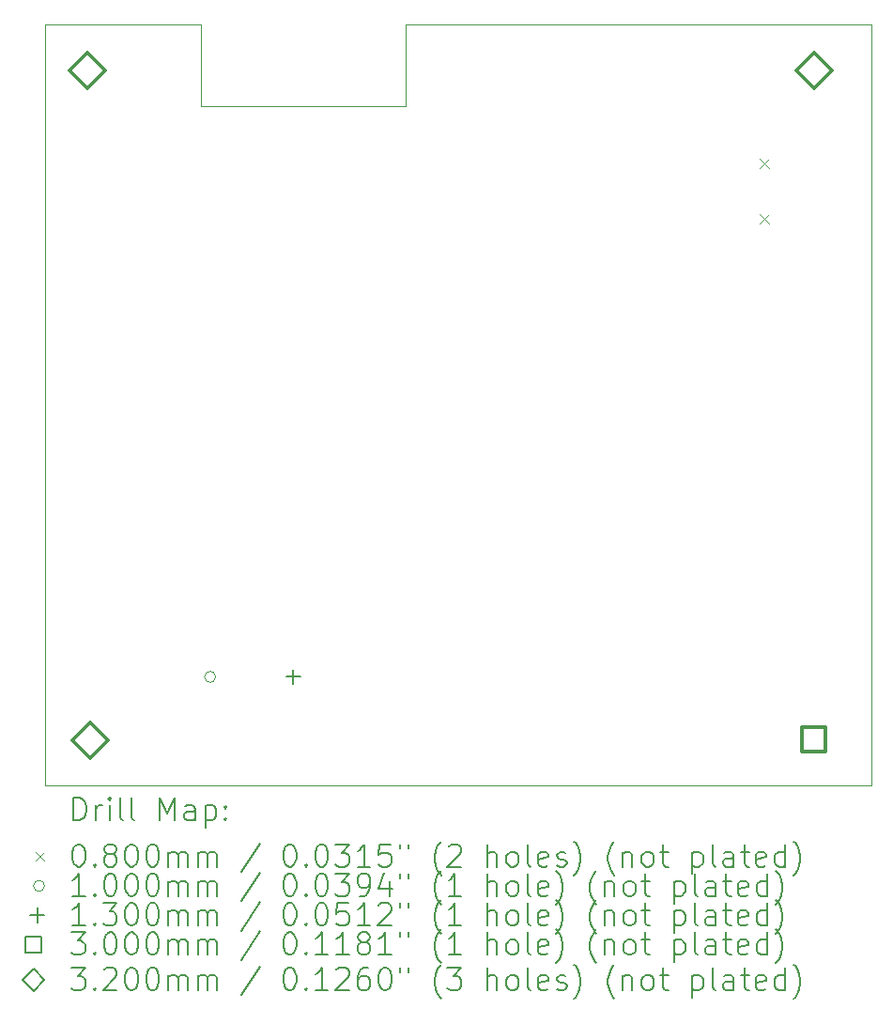
<source format=gbr>
%TF.GenerationSoftware,KiCad,Pcbnew,7.0.5*%
%TF.CreationDate,2023-07-07T19:33:18+07:00*%
%TF.ProjectId,19-6-2023_WeatherStation_QuocThang_V1,31392d36-2d32-4303-9233-5f5765617468,rev?*%
%TF.SameCoordinates,Original*%
%TF.FileFunction,Drillmap*%
%TF.FilePolarity,Positive*%
%FSLAX45Y45*%
G04 Gerber Fmt 4.5, Leading zero omitted, Abs format (unit mm)*
G04 Created by KiCad (PCBNEW 7.0.5) date 2023-07-07 19:33:18*
%MOMM*%
%LPD*%
G01*
G04 APERTURE LIST*
%ADD10C,0.100000*%
%ADD11C,0.200000*%
%ADD12C,0.080000*%
%ADD13C,0.130000*%
%ADD14C,0.300000*%
%ADD15C,0.320000*%
G04 APERTURE END LIST*
D10*
X12391000Y-4572500D02*
X14243000Y-4572500D01*
X14243000Y-4572500D02*
X14243000Y-3841500D01*
X18439000Y-3841500D02*
X14243000Y-3841500D01*
X18439000Y-10691500D02*
X10990000Y-10691500D01*
X10990000Y-10691500D02*
X10990000Y-3841500D01*
X10990000Y-3841500D02*
X12391000Y-3841500D01*
X18439000Y-10691500D02*
X18439000Y-3841500D01*
X12391000Y-3841500D02*
X12391000Y-4572500D01*
D11*
D12*
X17435000Y-5051500D02*
X17515000Y-5131500D01*
X17515000Y-5051500D02*
X17435000Y-5131500D01*
X17435000Y-5551500D02*
X17515000Y-5631500D01*
X17515000Y-5551500D02*
X17435000Y-5631500D01*
D10*
X12527000Y-9717500D02*
G75*
G03*
X12527000Y-9717500I-50000J0D01*
G01*
D13*
X13227000Y-9652500D02*
X13227000Y-9782500D01*
X13162000Y-9717500D02*
X13292000Y-9717500D01*
D14*
X18029067Y-10386867D02*
X18029067Y-10174733D01*
X17816933Y-10174733D01*
X17816933Y-10386867D01*
X18029067Y-10386867D01*
D15*
X11373000Y-4415500D02*
X11533000Y-4255500D01*
X11373000Y-4095500D01*
X11213000Y-4255500D01*
X11373000Y-4415500D01*
X11395000Y-10450800D02*
X11555000Y-10290800D01*
X11395000Y-10130800D01*
X11235000Y-10290800D01*
X11395000Y-10450800D01*
X17923000Y-4415500D02*
X18083000Y-4255500D01*
X17923000Y-4095500D01*
X17763000Y-4255500D01*
X17923000Y-4415500D01*
D11*
X11245777Y-11007984D02*
X11245777Y-10807984D01*
X11245777Y-10807984D02*
X11293396Y-10807984D01*
X11293396Y-10807984D02*
X11321967Y-10817508D01*
X11321967Y-10817508D02*
X11341015Y-10836555D01*
X11341015Y-10836555D02*
X11350539Y-10855603D01*
X11350539Y-10855603D02*
X11360062Y-10893698D01*
X11360062Y-10893698D02*
X11360062Y-10922270D01*
X11360062Y-10922270D02*
X11350539Y-10960365D01*
X11350539Y-10960365D02*
X11341015Y-10979412D01*
X11341015Y-10979412D02*
X11321967Y-10998460D01*
X11321967Y-10998460D02*
X11293396Y-11007984D01*
X11293396Y-11007984D02*
X11245777Y-11007984D01*
X11445777Y-11007984D02*
X11445777Y-10874650D01*
X11445777Y-10912746D02*
X11455301Y-10893698D01*
X11455301Y-10893698D02*
X11464824Y-10884174D01*
X11464824Y-10884174D02*
X11483872Y-10874650D01*
X11483872Y-10874650D02*
X11502920Y-10874650D01*
X11569586Y-11007984D02*
X11569586Y-10874650D01*
X11569586Y-10807984D02*
X11560062Y-10817508D01*
X11560062Y-10817508D02*
X11569586Y-10827031D01*
X11569586Y-10827031D02*
X11579110Y-10817508D01*
X11579110Y-10817508D02*
X11569586Y-10807984D01*
X11569586Y-10807984D02*
X11569586Y-10827031D01*
X11693396Y-11007984D02*
X11674348Y-10998460D01*
X11674348Y-10998460D02*
X11664824Y-10979412D01*
X11664824Y-10979412D02*
X11664824Y-10807984D01*
X11798158Y-11007984D02*
X11779110Y-10998460D01*
X11779110Y-10998460D02*
X11769586Y-10979412D01*
X11769586Y-10979412D02*
X11769586Y-10807984D01*
X12026729Y-11007984D02*
X12026729Y-10807984D01*
X12026729Y-10807984D02*
X12093396Y-10950841D01*
X12093396Y-10950841D02*
X12160062Y-10807984D01*
X12160062Y-10807984D02*
X12160062Y-11007984D01*
X12341015Y-11007984D02*
X12341015Y-10903222D01*
X12341015Y-10903222D02*
X12331491Y-10884174D01*
X12331491Y-10884174D02*
X12312443Y-10874650D01*
X12312443Y-10874650D02*
X12274348Y-10874650D01*
X12274348Y-10874650D02*
X12255301Y-10884174D01*
X12341015Y-10998460D02*
X12321967Y-11007984D01*
X12321967Y-11007984D02*
X12274348Y-11007984D01*
X12274348Y-11007984D02*
X12255301Y-10998460D01*
X12255301Y-10998460D02*
X12245777Y-10979412D01*
X12245777Y-10979412D02*
X12245777Y-10960365D01*
X12245777Y-10960365D02*
X12255301Y-10941317D01*
X12255301Y-10941317D02*
X12274348Y-10931793D01*
X12274348Y-10931793D02*
X12321967Y-10931793D01*
X12321967Y-10931793D02*
X12341015Y-10922270D01*
X12436253Y-10874650D02*
X12436253Y-11074650D01*
X12436253Y-10884174D02*
X12455301Y-10874650D01*
X12455301Y-10874650D02*
X12493396Y-10874650D01*
X12493396Y-10874650D02*
X12512443Y-10884174D01*
X12512443Y-10884174D02*
X12521967Y-10893698D01*
X12521967Y-10893698D02*
X12531491Y-10912746D01*
X12531491Y-10912746D02*
X12531491Y-10969889D01*
X12531491Y-10969889D02*
X12521967Y-10988936D01*
X12521967Y-10988936D02*
X12512443Y-10998460D01*
X12512443Y-10998460D02*
X12493396Y-11007984D01*
X12493396Y-11007984D02*
X12455301Y-11007984D01*
X12455301Y-11007984D02*
X12436253Y-10998460D01*
X12617205Y-10988936D02*
X12626729Y-10998460D01*
X12626729Y-10998460D02*
X12617205Y-11007984D01*
X12617205Y-11007984D02*
X12607682Y-10998460D01*
X12607682Y-10998460D02*
X12617205Y-10988936D01*
X12617205Y-10988936D02*
X12617205Y-11007984D01*
X12617205Y-10884174D02*
X12626729Y-10893698D01*
X12626729Y-10893698D02*
X12617205Y-10903222D01*
X12617205Y-10903222D02*
X12607682Y-10893698D01*
X12607682Y-10893698D02*
X12617205Y-10884174D01*
X12617205Y-10884174D02*
X12617205Y-10903222D01*
D12*
X10905000Y-11296500D02*
X10985000Y-11376500D01*
X10985000Y-11296500D02*
X10905000Y-11376500D01*
D11*
X11283872Y-11227984D02*
X11302920Y-11227984D01*
X11302920Y-11227984D02*
X11321967Y-11237508D01*
X11321967Y-11237508D02*
X11331491Y-11247031D01*
X11331491Y-11247031D02*
X11341015Y-11266079D01*
X11341015Y-11266079D02*
X11350539Y-11304174D01*
X11350539Y-11304174D02*
X11350539Y-11351793D01*
X11350539Y-11351793D02*
X11341015Y-11389888D01*
X11341015Y-11389888D02*
X11331491Y-11408936D01*
X11331491Y-11408936D02*
X11321967Y-11418460D01*
X11321967Y-11418460D02*
X11302920Y-11427984D01*
X11302920Y-11427984D02*
X11283872Y-11427984D01*
X11283872Y-11427984D02*
X11264824Y-11418460D01*
X11264824Y-11418460D02*
X11255301Y-11408936D01*
X11255301Y-11408936D02*
X11245777Y-11389888D01*
X11245777Y-11389888D02*
X11236253Y-11351793D01*
X11236253Y-11351793D02*
X11236253Y-11304174D01*
X11236253Y-11304174D02*
X11245777Y-11266079D01*
X11245777Y-11266079D02*
X11255301Y-11247031D01*
X11255301Y-11247031D02*
X11264824Y-11237508D01*
X11264824Y-11237508D02*
X11283872Y-11227984D01*
X11436253Y-11408936D02*
X11445777Y-11418460D01*
X11445777Y-11418460D02*
X11436253Y-11427984D01*
X11436253Y-11427984D02*
X11426729Y-11418460D01*
X11426729Y-11418460D02*
X11436253Y-11408936D01*
X11436253Y-11408936D02*
X11436253Y-11427984D01*
X11560062Y-11313698D02*
X11541015Y-11304174D01*
X11541015Y-11304174D02*
X11531491Y-11294650D01*
X11531491Y-11294650D02*
X11521967Y-11275603D01*
X11521967Y-11275603D02*
X11521967Y-11266079D01*
X11521967Y-11266079D02*
X11531491Y-11247031D01*
X11531491Y-11247031D02*
X11541015Y-11237508D01*
X11541015Y-11237508D02*
X11560062Y-11227984D01*
X11560062Y-11227984D02*
X11598158Y-11227984D01*
X11598158Y-11227984D02*
X11617205Y-11237508D01*
X11617205Y-11237508D02*
X11626729Y-11247031D01*
X11626729Y-11247031D02*
X11636253Y-11266079D01*
X11636253Y-11266079D02*
X11636253Y-11275603D01*
X11636253Y-11275603D02*
X11626729Y-11294650D01*
X11626729Y-11294650D02*
X11617205Y-11304174D01*
X11617205Y-11304174D02*
X11598158Y-11313698D01*
X11598158Y-11313698D02*
X11560062Y-11313698D01*
X11560062Y-11313698D02*
X11541015Y-11323222D01*
X11541015Y-11323222D02*
X11531491Y-11332746D01*
X11531491Y-11332746D02*
X11521967Y-11351793D01*
X11521967Y-11351793D02*
X11521967Y-11389888D01*
X11521967Y-11389888D02*
X11531491Y-11408936D01*
X11531491Y-11408936D02*
X11541015Y-11418460D01*
X11541015Y-11418460D02*
X11560062Y-11427984D01*
X11560062Y-11427984D02*
X11598158Y-11427984D01*
X11598158Y-11427984D02*
X11617205Y-11418460D01*
X11617205Y-11418460D02*
X11626729Y-11408936D01*
X11626729Y-11408936D02*
X11636253Y-11389888D01*
X11636253Y-11389888D02*
X11636253Y-11351793D01*
X11636253Y-11351793D02*
X11626729Y-11332746D01*
X11626729Y-11332746D02*
X11617205Y-11323222D01*
X11617205Y-11323222D02*
X11598158Y-11313698D01*
X11760062Y-11227984D02*
X11779110Y-11227984D01*
X11779110Y-11227984D02*
X11798158Y-11237508D01*
X11798158Y-11237508D02*
X11807682Y-11247031D01*
X11807682Y-11247031D02*
X11817205Y-11266079D01*
X11817205Y-11266079D02*
X11826729Y-11304174D01*
X11826729Y-11304174D02*
X11826729Y-11351793D01*
X11826729Y-11351793D02*
X11817205Y-11389888D01*
X11817205Y-11389888D02*
X11807682Y-11408936D01*
X11807682Y-11408936D02*
X11798158Y-11418460D01*
X11798158Y-11418460D02*
X11779110Y-11427984D01*
X11779110Y-11427984D02*
X11760062Y-11427984D01*
X11760062Y-11427984D02*
X11741015Y-11418460D01*
X11741015Y-11418460D02*
X11731491Y-11408936D01*
X11731491Y-11408936D02*
X11721967Y-11389888D01*
X11721967Y-11389888D02*
X11712443Y-11351793D01*
X11712443Y-11351793D02*
X11712443Y-11304174D01*
X11712443Y-11304174D02*
X11721967Y-11266079D01*
X11721967Y-11266079D02*
X11731491Y-11247031D01*
X11731491Y-11247031D02*
X11741015Y-11237508D01*
X11741015Y-11237508D02*
X11760062Y-11227984D01*
X11950539Y-11227984D02*
X11969586Y-11227984D01*
X11969586Y-11227984D02*
X11988634Y-11237508D01*
X11988634Y-11237508D02*
X11998158Y-11247031D01*
X11998158Y-11247031D02*
X12007682Y-11266079D01*
X12007682Y-11266079D02*
X12017205Y-11304174D01*
X12017205Y-11304174D02*
X12017205Y-11351793D01*
X12017205Y-11351793D02*
X12007682Y-11389888D01*
X12007682Y-11389888D02*
X11998158Y-11408936D01*
X11998158Y-11408936D02*
X11988634Y-11418460D01*
X11988634Y-11418460D02*
X11969586Y-11427984D01*
X11969586Y-11427984D02*
X11950539Y-11427984D01*
X11950539Y-11427984D02*
X11931491Y-11418460D01*
X11931491Y-11418460D02*
X11921967Y-11408936D01*
X11921967Y-11408936D02*
X11912443Y-11389888D01*
X11912443Y-11389888D02*
X11902920Y-11351793D01*
X11902920Y-11351793D02*
X11902920Y-11304174D01*
X11902920Y-11304174D02*
X11912443Y-11266079D01*
X11912443Y-11266079D02*
X11921967Y-11247031D01*
X11921967Y-11247031D02*
X11931491Y-11237508D01*
X11931491Y-11237508D02*
X11950539Y-11227984D01*
X12102920Y-11427984D02*
X12102920Y-11294650D01*
X12102920Y-11313698D02*
X12112443Y-11304174D01*
X12112443Y-11304174D02*
X12131491Y-11294650D01*
X12131491Y-11294650D02*
X12160063Y-11294650D01*
X12160063Y-11294650D02*
X12179110Y-11304174D01*
X12179110Y-11304174D02*
X12188634Y-11323222D01*
X12188634Y-11323222D02*
X12188634Y-11427984D01*
X12188634Y-11323222D02*
X12198158Y-11304174D01*
X12198158Y-11304174D02*
X12217205Y-11294650D01*
X12217205Y-11294650D02*
X12245777Y-11294650D01*
X12245777Y-11294650D02*
X12264824Y-11304174D01*
X12264824Y-11304174D02*
X12274348Y-11323222D01*
X12274348Y-11323222D02*
X12274348Y-11427984D01*
X12369586Y-11427984D02*
X12369586Y-11294650D01*
X12369586Y-11313698D02*
X12379110Y-11304174D01*
X12379110Y-11304174D02*
X12398158Y-11294650D01*
X12398158Y-11294650D02*
X12426729Y-11294650D01*
X12426729Y-11294650D02*
X12445777Y-11304174D01*
X12445777Y-11304174D02*
X12455301Y-11323222D01*
X12455301Y-11323222D02*
X12455301Y-11427984D01*
X12455301Y-11323222D02*
X12464824Y-11304174D01*
X12464824Y-11304174D02*
X12483872Y-11294650D01*
X12483872Y-11294650D02*
X12512443Y-11294650D01*
X12512443Y-11294650D02*
X12531491Y-11304174D01*
X12531491Y-11304174D02*
X12541015Y-11323222D01*
X12541015Y-11323222D02*
X12541015Y-11427984D01*
X12931491Y-11218460D02*
X12760063Y-11475603D01*
X13188634Y-11227984D02*
X13207682Y-11227984D01*
X13207682Y-11227984D02*
X13226729Y-11237508D01*
X13226729Y-11237508D02*
X13236253Y-11247031D01*
X13236253Y-11247031D02*
X13245777Y-11266079D01*
X13245777Y-11266079D02*
X13255301Y-11304174D01*
X13255301Y-11304174D02*
X13255301Y-11351793D01*
X13255301Y-11351793D02*
X13245777Y-11389888D01*
X13245777Y-11389888D02*
X13236253Y-11408936D01*
X13236253Y-11408936D02*
X13226729Y-11418460D01*
X13226729Y-11418460D02*
X13207682Y-11427984D01*
X13207682Y-11427984D02*
X13188634Y-11427984D01*
X13188634Y-11427984D02*
X13169586Y-11418460D01*
X13169586Y-11418460D02*
X13160063Y-11408936D01*
X13160063Y-11408936D02*
X13150539Y-11389888D01*
X13150539Y-11389888D02*
X13141015Y-11351793D01*
X13141015Y-11351793D02*
X13141015Y-11304174D01*
X13141015Y-11304174D02*
X13150539Y-11266079D01*
X13150539Y-11266079D02*
X13160063Y-11247031D01*
X13160063Y-11247031D02*
X13169586Y-11237508D01*
X13169586Y-11237508D02*
X13188634Y-11227984D01*
X13341015Y-11408936D02*
X13350539Y-11418460D01*
X13350539Y-11418460D02*
X13341015Y-11427984D01*
X13341015Y-11427984D02*
X13331491Y-11418460D01*
X13331491Y-11418460D02*
X13341015Y-11408936D01*
X13341015Y-11408936D02*
X13341015Y-11427984D01*
X13474348Y-11227984D02*
X13493396Y-11227984D01*
X13493396Y-11227984D02*
X13512444Y-11237508D01*
X13512444Y-11237508D02*
X13521967Y-11247031D01*
X13521967Y-11247031D02*
X13531491Y-11266079D01*
X13531491Y-11266079D02*
X13541015Y-11304174D01*
X13541015Y-11304174D02*
X13541015Y-11351793D01*
X13541015Y-11351793D02*
X13531491Y-11389888D01*
X13531491Y-11389888D02*
X13521967Y-11408936D01*
X13521967Y-11408936D02*
X13512444Y-11418460D01*
X13512444Y-11418460D02*
X13493396Y-11427984D01*
X13493396Y-11427984D02*
X13474348Y-11427984D01*
X13474348Y-11427984D02*
X13455301Y-11418460D01*
X13455301Y-11418460D02*
X13445777Y-11408936D01*
X13445777Y-11408936D02*
X13436253Y-11389888D01*
X13436253Y-11389888D02*
X13426729Y-11351793D01*
X13426729Y-11351793D02*
X13426729Y-11304174D01*
X13426729Y-11304174D02*
X13436253Y-11266079D01*
X13436253Y-11266079D02*
X13445777Y-11247031D01*
X13445777Y-11247031D02*
X13455301Y-11237508D01*
X13455301Y-11237508D02*
X13474348Y-11227984D01*
X13607682Y-11227984D02*
X13731491Y-11227984D01*
X13731491Y-11227984D02*
X13664825Y-11304174D01*
X13664825Y-11304174D02*
X13693396Y-11304174D01*
X13693396Y-11304174D02*
X13712444Y-11313698D01*
X13712444Y-11313698D02*
X13721967Y-11323222D01*
X13721967Y-11323222D02*
X13731491Y-11342269D01*
X13731491Y-11342269D02*
X13731491Y-11389888D01*
X13731491Y-11389888D02*
X13721967Y-11408936D01*
X13721967Y-11408936D02*
X13712444Y-11418460D01*
X13712444Y-11418460D02*
X13693396Y-11427984D01*
X13693396Y-11427984D02*
X13636253Y-11427984D01*
X13636253Y-11427984D02*
X13617206Y-11418460D01*
X13617206Y-11418460D02*
X13607682Y-11408936D01*
X13921967Y-11427984D02*
X13807682Y-11427984D01*
X13864825Y-11427984D02*
X13864825Y-11227984D01*
X13864825Y-11227984D02*
X13845777Y-11256555D01*
X13845777Y-11256555D02*
X13826729Y-11275603D01*
X13826729Y-11275603D02*
X13807682Y-11285127D01*
X14102920Y-11227984D02*
X14007682Y-11227984D01*
X14007682Y-11227984D02*
X13998158Y-11323222D01*
X13998158Y-11323222D02*
X14007682Y-11313698D01*
X14007682Y-11313698D02*
X14026729Y-11304174D01*
X14026729Y-11304174D02*
X14074348Y-11304174D01*
X14074348Y-11304174D02*
X14093396Y-11313698D01*
X14093396Y-11313698D02*
X14102920Y-11323222D01*
X14102920Y-11323222D02*
X14112444Y-11342269D01*
X14112444Y-11342269D02*
X14112444Y-11389888D01*
X14112444Y-11389888D02*
X14102920Y-11408936D01*
X14102920Y-11408936D02*
X14093396Y-11418460D01*
X14093396Y-11418460D02*
X14074348Y-11427984D01*
X14074348Y-11427984D02*
X14026729Y-11427984D01*
X14026729Y-11427984D02*
X14007682Y-11418460D01*
X14007682Y-11418460D02*
X13998158Y-11408936D01*
X14188634Y-11227984D02*
X14188634Y-11266079D01*
X14264825Y-11227984D02*
X14264825Y-11266079D01*
X14560063Y-11504174D02*
X14550539Y-11494650D01*
X14550539Y-11494650D02*
X14531491Y-11466079D01*
X14531491Y-11466079D02*
X14521968Y-11447031D01*
X14521968Y-11447031D02*
X14512444Y-11418460D01*
X14512444Y-11418460D02*
X14502920Y-11370841D01*
X14502920Y-11370841D02*
X14502920Y-11332746D01*
X14502920Y-11332746D02*
X14512444Y-11285127D01*
X14512444Y-11285127D02*
X14521968Y-11256555D01*
X14521968Y-11256555D02*
X14531491Y-11237508D01*
X14531491Y-11237508D02*
X14550539Y-11208936D01*
X14550539Y-11208936D02*
X14560063Y-11199412D01*
X14626729Y-11247031D02*
X14636253Y-11237508D01*
X14636253Y-11237508D02*
X14655301Y-11227984D01*
X14655301Y-11227984D02*
X14702920Y-11227984D01*
X14702920Y-11227984D02*
X14721968Y-11237508D01*
X14721968Y-11237508D02*
X14731491Y-11247031D01*
X14731491Y-11247031D02*
X14741015Y-11266079D01*
X14741015Y-11266079D02*
X14741015Y-11285127D01*
X14741015Y-11285127D02*
X14731491Y-11313698D01*
X14731491Y-11313698D02*
X14617206Y-11427984D01*
X14617206Y-11427984D02*
X14741015Y-11427984D01*
X14979110Y-11427984D02*
X14979110Y-11227984D01*
X15064825Y-11427984D02*
X15064825Y-11323222D01*
X15064825Y-11323222D02*
X15055301Y-11304174D01*
X15055301Y-11304174D02*
X15036253Y-11294650D01*
X15036253Y-11294650D02*
X15007682Y-11294650D01*
X15007682Y-11294650D02*
X14988634Y-11304174D01*
X14988634Y-11304174D02*
X14979110Y-11313698D01*
X15188634Y-11427984D02*
X15169587Y-11418460D01*
X15169587Y-11418460D02*
X15160063Y-11408936D01*
X15160063Y-11408936D02*
X15150539Y-11389888D01*
X15150539Y-11389888D02*
X15150539Y-11332746D01*
X15150539Y-11332746D02*
X15160063Y-11313698D01*
X15160063Y-11313698D02*
X15169587Y-11304174D01*
X15169587Y-11304174D02*
X15188634Y-11294650D01*
X15188634Y-11294650D02*
X15217206Y-11294650D01*
X15217206Y-11294650D02*
X15236253Y-11304174D01*
X15236253Y-11304174D02*
X15245777Y-11313698D01*
X15245777Y-11313698D02*
X15255301Y-11332746D01*
X15255301Y-11332746D02*
X15255301Y-11389888D01*
X15255301Y-11389888D02*
X15245777Y-11408936D01*
X15245777Y-11408936D02*
X15236253Y-11418460D01*
X15236253Y-11418460D02*
X15217206Y-11427984D01*
X15217206Y-11427984D02*
X15188634Y-11427984D01*
X15369587Y-11427984D02*
X15350539Y-11418460D01*
X15350539Y-11418460D02*
X15341015Y-11399412D01*
X15341015Y-11399412D02*
X15341015Y-11227984D01*
X15521968Y-11418460D02*
X15502920Y-11427984D01*
X15502920Y-11427984D02*
X15464825Y-11427984D01*
X15464825Y-11427984D02*
X15445777Y-11418460D01*
X15445777Y-11418460D02*
X15436253Y-11399412D01*
X15436253Y-11399412D02*
X15436253Y-11323222D01*
X15436253Y-11323222D02*
X15445777Y-11304174D01*
X15445777Y-11304174D02*
X15464825Y-11294650D01*
X15464825Y-11294650D02*
X15502920Y-11294650D01*
X15502920Y-11294650D02*
X15521968Y-11304174D01*
X15521968Y-11304174D02*
X15531491Y-11323222D01*
X15531491Y-11323222D02*
X15531491Y-11342269D01*
X15531491Y-11342269D02*
X15436253Y-11361317D01*
X15607682Y-11418460D02*
X15626730Y-11427984D01*
X15626730Y-11427984D02*
X15664825Y-11427984D01*
X15664825Y-11427984D02*
X15683872Y-11418460D01*
X15683872Y-11418460D02*
X15693396Y-11399412D01*
X15693396Y-11399412D02*
X15693396Y-11389888D01*
X15693396Y-11389888D02*
X15683872Y-11370841D01*
X15683872Y-11370841D02*
X15664825Y-11361317D01*
X15664825Y-11361317D02*
X15636253Y-11361317D01*
X15636253Y-11361317D02*
X15617206Y-11351793D01*
X15617206Y-11351793D02*
X15607682Y-11332746D01*
X15607682Y-11332746D02*
X15607682Y-11323222D01*
X15607682Y-11323222D02*
X15617206Y-11304174D01*
X15617206Y-11304174D02*
X15636253Y-11294650D01*
X15636253Y-11294650D02*
X15664825Y-11294650D01*
X15664825Y-11294650D02*
X15683872Y-11304174D01*
X15760063Y-11504174D02*
X15769587Y-11494650D01*
X15769587Y-11494650D02*
X15788634Y-11466079D01*
X15788634Y-11466079D02*
X15798158Y-11447031D01*
X15798158Y-11447031D02*
X15807682Y-11418460D01*
X15807682Y-11418460D02*
X15817206Y-11370841D01*
X15817206Y-11370841D02*
X15817206Y-11332746D01*
X15817206Y-11332746D02*
X15807682Y-11285127D01*
X15807682Y-11285127D02*
X15798158Y-11256555D01*
X15798158Y-11256555D02*
X15788634Y-11237508D01*
X15788634Y-11237508D02*
X15769587Y-11208936D01*
X15769587Y-11208936D02*
X15760063Y-11199412D01*
X16121968Y-11504174D02*
X16112444Y-11494650D01*
X16112444Y-11494650D02*
X16093396Y-11466079D01*
X16093396Y-11466079D02*
X16083872Y-11447031D01*
X16083872Y-11447031D02*
X16074349Y-11418460D01*
X16074349Y-11418460D02*
X16064825Y-11370841D01*
X16064825Y-11370841D02*
X16064825Y-11332746D01*
X16064825Y-11332746D02*
X16074349Y-11285127D01*
X16074349Y-11285127D02*
X16083872Y-11256555D01*
X16083872Y-11256555D02*
X16093396Y-11237508D01*
X16093396Y-11237508D02*
X16112444Y-11208936D01*
X16112444Y-11208936D02*
X16121968Y-11199412D01*
X16198158Y-11294650D02*
X16198158Y-11427984D01*
X16198158Y-11313698D02*
X16207682Y-11304174D01*
X16207682Y-11304174D02*
X16226730Y-11294650D01*
X16226730Y-11294650D02*
X16255301Y-11294650D01*
X16255301Y-11294650D02*
X16274349Y-11304174D01*
X16274349Y-11304174D02*
X16283872Y-11323222D01*
X16283872Y-11323222D02*
X16283872Y-11427984D01*
X16407682Y-11427984D02*
X16388634Y-11418460D01*
X16388634Y-11418460D02*
X16379111Y-11408936D01*
X16379111Y-11408936D02*
X16369587Y-11389888D01*
X16369587Y-11389888D02*
X16369587Y-11332746D01*
X16369587Y-11332746D02*
X16379111Y-11313698D01*
X16379111Y-11313698D02*
X16388634Y-11304174D01*
X16388634Y-11304174D02*
X16407682Y-11294650D01*
X16407682Y-11294650D02*
X16436253Y-11294650D01*
X16436253Y-11294650D02*
X16455301Y-11304174D01*
X16455301Y-11304174D02*
X16464825Y-11313698D01*
X16464825Y-11313698D02*
X16474349Y-11332746D01*
X16474349Y-11332746D02*
X16474349Y-11389888D01*
X16474349Y-11389888D02*
X16464825Y-11408936D01*
X16464825Y-11408936D02*
X16455301Y-11418460D01*
X16455301Y-11418460D02*
X16436253Y-11427984D01*
X16436253Y-11427984D02*
X16407682Y-11427984D01*
X16531492Y-11294650D02*
X16607682Y-11294650D01*
X16560063Y-11227984D02*
X16560063Y-11399412D01*
X16560063Y-11399412D02*
X16569587Y-11418460D01*
X16569587Y-11418460D02*
X16588634Y-11427984D01*
X16588634Y-11427984D02*
X16607682Y-11427984D01*
X16826730Y-11294650D02*
X16826730Y-11494650D01*
X16826730Y-11304174D02*
X16845777Y-11294650D01*
X16845777Y-11294650D02*
X16883873Y-11294650D01*
X16883873Y-11294650D02*
X16902920Y-11304174D01*
X16902920Y-11304174D02*
X16912444Y-11313698D01*
X16912444Y-11313698D02*
X16921968Y-11332746D01*
X16921968Y-11332746D02*
X16921968Y-11389888D01*
X16921968Y-11389888D02*
X16912444Y-11408936D01*
X16912444Y-11408936D02*
X16902920Y-11418460D01*
X16902920Y-11418460D02*
X16883873Y-11427984D01*
X16883873Y-11427984D02*
X16845777Y-11427984D01*
X16845777Y-11427984D02*
X16826730Y-11418460D01*
X17036254Y-11427984D02*
X17017206Y-11418460D01*
X17017206Y-11418460D02*
X17007682Y-11399412D01*
X17007682Y-11399412D02*
X17007682Y-11227984D01*
X17198158Y-11427984D02*
X17198158Y-11323222D01*
X17198158Y-11323222D02*
X17188635Y-11304174D01*
X17188635Y-11304174D02*
X17169587Y-11294650D01*
X17169587Y-11294650D02*
X17131492Y-11294650D01*
X17131492Y-11294650D02*
X17112444Y-11304174D01*
X17198158Y-11418460D02*
X17179111Y-11427984D01*
X17179111Y-11427984D02*
X17131492Y-11427984D01*
X17131492Y-11427984D02*
X17112444Y-11418460D01*
X17112444Y-11418460D02*
X17102920Y-11399412D01*
X17102920Y-11399412D02*
X17102920Y-11380365D01*
X17102920Y-11380365D02*
X17112444Y-11361317D01*
X17112444Y-11361317D02*
X17131492Y-11351793D01*
X17131492Y-11351793D02*
X17179111Y-11351793D01*
X17179111Y-11351793D02*
X17198158Y-11342269D01*
X17264825Y-11294650D02*
X17341015Y-11294650D01*
X17293396Y-11227984D02*
X17293396Y-11399412D01*
X17293396Y-11399412D02*
X17302920Y-11418460D01*
X17302920Y-11418460D02*
X17321968Y-11427984D01*
X17321968Y-11427984D02*
X17341015Y-11427984D01*
X17483873Y-11418460D02*
X17464825Y-11427984D01*
X17464825Y-11427984D02*
X17426730Y-11427984D01*
X17426730Y-11427984D02*
X17407682Y-11418460D01*
X17407682Y-11418460D02*
X17398158Y-11399412D01*
X17398158Y-11399412D02*
X17398158Y-11323222D01*
X17398158Y-11323222D02*
X17407682Y-11304174D01*
X17407682Y-11304174D02*
X17426730Y-11294650D01*
X17426730Y-11294650D02*
X17464825Y-11294650D01*
X17464825Y-11294650D02*
X17483873Y-11304174D01*
X17483873Y-11304174D02*
X17493396Y-11323222D01*
X17493396Y-11323222D02*
X17493396Y-11342269D01*
X17493396Y-11342269D02*
X17398158Y-11361317D01*
X17664825Y-11427984D02*
X17664825Y-11227984D01*
X17664825Y-11418460D02*
X17645777Y-11427984D01*
X17645777Y-11427984D02*
X17607682Y-11427984D01*
X17607682Y-11427984D02*
X17588635Y-11418460D01*
X17588635Y-11418460D02*
X17579111Y-11408936D01*
X17579111Y-11408936D02*
X17569587Y-11389888D01*
X17569587Y-11389888D02*
X17569587Y-11332746D01*
X17569587Y-11332746D02*
X17579111Y-11313698D01*
X17579111Y-11313698D02*
X17588635Y-11304174D01*
X17588635Y-11304174D02*
X17607682Y-11294650D01*
X17607682Y-11294650D02*
X17645777Y-11294650D01*
X17645777Y-11294650D02*
X17664825Y-11304174D01*
X17741016Y-11504174D02*
X17750539Y-11494650D01*
X17750539Y-11494650D02*
X17769587Y-11466079D01*
X17769587Y-11466079D02*
X17779111Y-11447031D01*
X17779111Y-11447031D02*
X17788635Y-11418460D01*
X17788635Y-11418460D02*
X17798158Y-11370841D01*
X17798158Y-11370841D02*
X17798158Y-11332746D01*
X17798158Y-11332746D02*
X17788635Y-11285127D01*
X17788635Y-11285127D02*
X17779111Y-11256555D01*
X17779111Y-11256555D02*
X17769587Y-11237508D01*
X17769587Y-11237508D02*
X17750539Y-11208936D01*
X17750539Y-11208936D02*
X17741016Y-11199412D01*
D10*
X10985000Y-11600500D02*
G75*
G03*
X10985000Y-11600500I-50000J0D01*
G01*
D11*
X11350539Y-11691984D02*
X11236253Y-11691984D01*
X11293396Y-11691984D02*
X11293396Y-11491984D01*
X11293396Y-11491984D02*
X11274348Y-11520555D01*
X11274348Y-11520555D02*
X11255301Y-11539603D01*
X11255301Y-11539603D02*
X11236253Y-11549127D01*
X11436253Y-11672936D02*
X11445777Y-11682460D01*
X11445777Y-11682460D02*
X11436253Y-11691984D01*
X11436253Y-11691984D02*
X11426729Y-11682460D01*
X11426729Y-11682460D02*
X11436253Y-11672936D01*
X11436253Y-11672936D02*
X11436253Y-11691984D01*
X11569586Y-11491984D02*
X11588634Y-11491984D01*
X11588634Y-11491984D02*
X11607682Y-11501508D01*
X11607682Y-11501508D02*
X11617205Y-11511031D01*
X11617205Y-11511031D02*
X11626729Y-11530079D01*
X11626729Y-11530079D02*
X11636253Y-11568174D01*
X11636253Y-11568174D02*
X11636253Y-11615793D01*
X11636253Y-11615793D02*
X11626729Y-11653888D01*
X11626729Y-11653888D02*
X11617205Y-11672936D01*
X11617205Y-11672936D02*
X11607682Y-11682460D01*
X11607682Y-11682460D02*
X11588634Y-11691984D01*
X11588634Y-11691984D02*
X11569586Y-11691984D01*
X11569586Y-11691984D02*
X11550539Y-11682460D01*
X11550539Y-11682460D02*
X11541015Y-11672936D01*
X11541015Y-11672936D02*
X11531491Y-11653888D01*
X11531491Y-11653888D02*
X11521967Y-11615793D01*
X11521967Y-11615793D02*
X11521967Y-11568174D01*
X11521967Y-11568174D02*
X11531491Y-11530079D01*
X11531491Y-11530079D02*
X11541015Y-11511031D01*
X11541015Y-11511031D02*
X11550539Y-11501508D01*
X11550539Y-11501508D02*
X11569586Y-11491984D01*
X11760062Y-11491984D02*
X11779110Y-11491984D01*
X11779110Y-11491984D02*
X11798158Y-11501508D01*
X11798158Y-11501508D02*
X11807682Y-11511031D01*
X11807682Y-11511031D02*
X11817205Y-11530079D01*
X11817205Y-11530079D02*
X11826729Y-11568174D01*
X11826729Y-11568174D02*
X11826729Y-11615793D01*
X11826729Y-11615793D02*
X11817205Y-11653888D01*
X11817205Y-11653888D02*
X11807682Y-11672936D01*
X11807682Y-11672936D02*
X11798158Y-11682460D01*
X11798158Y-11682460D02*
X11779110Y-11691984D01*
X11779110Y-11691984D02*
X11760062Y-11691984D01*
X11760062Y-11691984D02*
X11741015Y-11682460D01*
X11741015Y-11682460D02*
X11731491Y-11672936D01*
X11731491Y-11672936D02*
X11721967Y-11653888D01*
X11721967Y-11653888D02*
X11712443Y-11615793D01*
X11712443Y-11615793D02*
X11712443Y-11568174D01*
X11712443Y-11568174D02*
X11721967Y-11530079D01*
X11721967Y-11530079D02*
X11731491Y-11511031D01*
X11731491Y-11511031D02*
X11741015Y-11501508D01*
X11741015Y-11501508D02*
X11760062Y-11491984D01*
X11950539Y-11491984D02*
X11969586Y-11491984D01*
X11969586Y-11491984D02*
X11988634Y-11501508D01*
X11988634Y-11501508D02*
X11998158Y-11511031D01*
X11998158Y-11511031D02*
X12007682Y-11530079D01*
X12007682Y-11530079D02*
X12017205Y-11568174D01*
X12017205Y-11568174D02*
X12017205Y-11615793D01*
X12017205Y-11615793D02*
X12007682Y-11653888D01*
X12007682Y-11653888D02*
X11998158Y-11672936D01*
X11998158Y-11672936D02*
X11988634Y-11682460D01*
X11988634Y-11682460D02*
X11969586Y-11691984D01*
X11969586Y-11691984D02*
X11950539Y-11691984D01*
X11950539Y-11691984D02*
X11931491Y-11682460D01*
X11931491Y-11682460D02*
X11921967Y-11672936D01*
X11921967Y-11672936D02*
X11912443Y-11653888D01*
X11912443Y-11653888D02*
X11902920Y-11615793D01*
X11902920Y-11615793D02*
X11902920Y-11568174D01*
X11902920Y-11568174D02*
X11912443Y-11530079D01*
X11912443Y-11530079D02*
X11921967Y-11511031D01*
X11921967Y-11511031D02*
X11931491Y-11501508D01*
X11931491Y-11501508D02*
X11950539Y-11491984D01*
X12102920Y-11691984D02*
X12102920Y-11558650D01*
X12102920Y-11577698D02*
X12112443Y-11568174D01*
X12112443Y-11568174D02*
X12131491Y-11558650D01*
X12131491Y-11558650D02*
X12160063Y-11558650D01*
X12160063Y-11558650D02*
X12179110Y-11568174D01*
X12179110Y-11568174D02*
X12188634Y-11587222D01*
X12188634Y-11587222D02*
X12188634Y-11691984D01*
X12188634Y-11587222D02*
X12198158Y-11568174D01*
X12198158Y-11568174D02*
X12217205Y-11558650D01*
X12217205Y-11558650D02*
X12245777Y-11558650D01*
X12245777Y-11558650D02*
X12264824Y-11568174D01*
X12264824Y-11568174D02*
X12274348Y-11587222D01*
X12274348Y-11587222D02*
X12274348Y-11691984D01*
X12369586Y-11691984D02*
X12369586Y-11558650D01*
X12369586Y-11577698D02*
X12379110Y-11568174D01*
X12379110Y-11568174D02*
X12398158Y-11558650D01*
X12398158Y-11558650D02*
X12426729Y-11558650D01*
X12426729Y-11558650D02*
X12445777Y-11568174D01*
X12445777Y-11568174D02*
X12455301Y-11587222D01*
X12455301Y-11587222D02*
X12455301Y-11691984D01*
X12455301Y-11587222D02*
X12464824Y-11568174D01*
X12464824Y-11568174D02*
X12483872Y-11558650D01*
X12483872Y-11558650D02*
X12512443Y-11558650D01*
X12512443Y-11558650D02*
X12531491Y-11568174D01*
X12531491Y-11568174D02*
X12541015Y-11587222D01*
X12541015Y-11587222D02*
X12541015Y-11691984D01*
X12931491Y-11482460D02*
X12760063Y-11739603D01*
X13188634Y-11491984D02*
X13207682Y-11491984D01*
X13207682Y-11491984D02*
X13226729Y-11501508D01*
X13226729Y-11501508D02*
X13236253Y-11511031D01*
X13236253Y-11511031D02*
X13245777Y-11530079D01*
X13245777Y-11530079D02*
X13255301Y-11568174D01*
X13255301Y-11568174D02*
X13255301Y-11615793D01*
X13255301Y-11615793D02*
X13245777Y-11653888D01*
X13245777Y-11653888D02*
X13236253Y-11672936D01*
X13236253Y-11672936D02*
X13226729Y-11682460D01*
X13226729Y-11682460D02*
X13207682Y-11691984D01*
X13207682Y-11691984D02*
X13188634Y-11691984D01*
X13188634Y-11691984D02*
X13169586Y-11682460D01*
X13169586Y-11682460D02*
X13160063Y-11672936D01*
X13160063Y-11672936D02*
X13150539Y-11653888D01*
X13150539Y-11653888D02*
X13141015Y-11615793D01*
X13141015Y-11615793D02*
X13141015Y-11568174D01*
X13141015Y-11568174D02*
X13150539Y-11530079D01*
X13150539Y-11530079D02*
X13160063Y-11511031D01*
X13160063Y-11511031D02*
X13169586Y-11501508D01*
X13169586Y-11501508D02*
X13188634Y-11491984D01*
X13341015Y-11672936D02*
X13350539Y-11682460D01*
X13350539Y-11682460D02*
X13341015Y-11691984D01*
X13341015Y-11691984D02*
X13331491Y-11682460D01*
X13331491Y-11682460D02*
X13341015Y-11672936D01*
X13341015Y-11672936D02*
X13341015Y-11691984D01*
X13474348Y-11491984D02*
X13493396Y-11491984D01*
X13493396Y-11491984D02*
X13512444Y-11501508D01*
X13512444Y-11501508D02*
X13521967Y-11511031D01*
X13521967Y-11511031D02*
X13531491Y-11530079D01*
X13531491Y-11530079D02*
X13541015Y-11568174D01*
X13541015Y-11568174D02*
X13541015Y-11615793D01*
X13541015Y-11615793D02*
X13531491Y-11653888D01*
X13531491Y-11653888D02*
X13521967Y-11672936D01*
X13521967Y-11672936D02*
X13512444Y-11682460D01*
X13512444Y-11682460D02*
X13493396Y-11691984D01*
X13493396Y-11691984D02*
X13474348Y-11691984D01*
X13474348Y-11691984D02*
X13455301Y-11682460D01*
X13455301Y-11682460D02*
X13445777Y-11672936D01*
X13445777Y-11672936D02*
X13436253Y-11653888D01*
X13436253Y-11653888D02*
X13426729Y-11615793D01*
X13426729Y-11615793D02*
X13426729Y-11568174D01*
X13426729Y-11568174D02*
X13436253Y-11530079D01*
X13436253Y-11530079D02*
X13445777Y-11511031D01*
X13445777Y-11511031D02*
X13455301Y-11501508D01*
X13455301Y-11501508D02*
X13474348Y-11491984D01*
X13607682Y-11491984D02*
X13731491Y-11491984D01*
X13731491Y-11491984D02*
X13664825Y-11568174D01*
X13664825Y-11568174D02*
X13693396Y-11568174D01*
X13693396Y-11568174D02*
X13712444Y-11577698D01*
X13712444Y-11577698D02*
X13721967Y-11587222D01*
X13721967Y-11587222D02*
X13731491Y-11606269D01*
X13731491Y-11606269D02*
X13731491Y-11653888D01*
X13731491Y-11653888D02*
X13721967Y-11672936D01*
X13721967Y-11672936D02*
X13712444Y-11682460D01*
X13712444Y-11682460D02*
X13693396Y-11691984D01*
X13693396Y-11691984D02*
X13636253Y-11691984D01*
X13636253Y-11691984D02*
X13617206Y-11682460D01*
X13617206Y-11682460D02*
X13607682Y-11672936D01*
X13826729Y-11691984D02*
X13864825Y-11691984D01*
X13864825Y-11691984D02*
X13883872Y-11682460D01*
X13883872Y-11682460D02*
X13893396Y-11672936D01*
X13893396Y-11672936D02*
X13912444Y-11644365D01*
X13912444Y-11644365D02*
X13921967Y-11606269D01*
X13921967Y-11606269D02*
X13921967Y-11530079D01*
X13921967Y-11530079D02*
X13912444Y-11511031D01*
X13912444Y-11511031D02*
X13902920Y-11501508D01*
X13902920Y-11501508D02*
X13883872Y-11491984D01*
X13883872Y-11491984D02*
X13845777Y-11491984D01*
X13845777Y-11491984D02*
X13826729Y-11501508D01*
X13826729Y-11501508D02*
X13817206Y-11511031D01*
X13817206Y-11511031D02*
X13807682Y-11530079D01*
X13807682Y-11530079D02*
X13807682Y-11577698D01*
X13807682Y-11577698D02*
X13817206Y-11596746D01*
X13817206Y-11596746D02*
X13826729Y-11606269D01*
X13826729Y-11606269D02*
X13845777Y-11615793D01*
X13845777Y-11615793D02*
X13883872Y-11615793D01*
X13883872Y-11615793D02*
X13902920Y-11606269D01*
X13902920Y-11606269D02*
X13912444Y-11596746D01*
X13912444Y-11596746D02*
X13921967Y-11577698D01*
X14093396Y-11558650D02*
X14093396Y-11691984D01*
X14045777Y-11482460D02*
X13998158Y-11625317D01*
X13998158Y-11625317D02*
X14121967Y-11625317D01*
X14188634Y-11491984D02*
X14188634Y-11530079D01*
X14264825Y-11491984D02*
X14264825Y-11530079D01*
X14560063Y-11768174D02*
X14550539Y-11758650D01*
X14550539Y-11758650D02*
X14531491Y-11730079D01*
X14531491Y-11730079D02*
X14521968Y-11711031D01*
X14521968Y-11711031D02*
X14512444Y-11682460D01*
X14512444Y-11682460D02*
X14502920Y-11634841D01*
X14502920Y-11634841D02*
X14502920Y-11596746D01*
X14502920Y-11596746D02*
X14512444Y-11549127D01*
X14512444Y-11549127D02*
X14521968Y-11520555D01*
X14521968Y-11520555D02*
X14531491Y-11501508D01*
X14531491Y-11501508D02*
X14550539Y-11472936D01*
X14550539Y-11472936D02*
X14560063Y-11463412D01*
X14741015Y-11691984D02*
X14626729Y-11691984D01*
X14683872Y-11691984D02*
X14683872Y-11491984D01*
X14683872Y-11491984D02*
X14664825Y-11520555D01*
X14664825Y-11520555D02*
X14645777Y-11539603D01*
X14645777Y-11539603D02*
X14626729Y-11549127D01*
X14979110Y-11691984D02*
X14979110Y-11491984D01*
X15064825Y-11691984D02*
X15064825Y-11587222D01*
X15064825Y-11587222D02*
X15055301Y-11568174D01*
X15055301Y-11568174D02*
X15036253Y-11558650D01*
X15036253Y-11558650D02*
X15007682Y-11558650D01*
X15007682Y-11558650D02*
X14988634Y-11568174D01*
X14988634Y-11568174D02*
X14979110Y-11577698D01*
X15188634Y-11691984D02*
X15169587Y-11682460D01*
X15169587Y-11682460D02*
X15160063Y-11672936D01*
X15160063Y-11672936D02*
X15150539Y-11653888D01*
X15150539Y-11653888D02*
X15150539Y-11596746D01*
X15150539Y-11596746D02*
X15160063Y-11577698D01*
X15160063Y-11577698D02*
X15169587Y-11568174D01*
X15169587Y-11568174D02*
X15188634Y-11558650D01*
X15188634Y-11558650D02*
X15217206Y-11558650D01*
X15217206Y-11558650D02*
X15236253Y-11568174D01*
X15236253Y-11568174D02*
X15245777Y-11577698D01*
X15245777Y-11577698D02*
X15255301Y-11596746D01*
X15255301Y-11596746D02*
X15255301Y-11653888D01*
X15255301Y-11653888D02*
X15245777Y-11672936D01*
X15245777Y-11672936D02*
X15236253Y-11682460D01*
X15236253Y-11682460D02*
X15217206Y-11691984D01*
X15217206Y-11691984D02*
X15188634Y-11691984D01*
X15369587Y-11691984D02*
X15350539Y-11682460D01*
X15350539Y-11682460D02*
X15341015Y-11663412D01*
X15341015Y-11663412D02*
X15341015Y-11491984D01*
X15521968Y-11682460D02*
X15502920Y-11691984D01*
X15502920Y-11691984D02*
X15464825Y-11691984D01*
X15464825Y-11691984D02*
X15445777Y-11682460D01*
X15445777Y-11682460D02*
X15436253Y-11663412D01*
X15436253Y-11663412D02*
X15436253Y-11587222D01*
X15436253Y-11587222D02*
X15445777Y-11568174D01*
X15445777Y-11568174D02*
X15464825Y-11558650D01*
X15464825Y-11558650D02*
X15502920Y-11558650D01*
X15502920Y-11558650D02*
X15521968Y-11568174D01*
X15521968Y-11568174D02*
X15531491Y-11587222D01*
X15531491Y-11587222D02*
X15531491Y-11606269D01*
X15531491Y-11606269D02*
X15436253Y-11625317D01*
X15598158Y-11768174D02*
X15607682Y-11758650D01*
X15607682Y-11758650D02*
X15626730Y-11730079D01*
X15626730Y-11730079D02*
X15636253Y-11711031D01*
X15636253Y-11711031D02*
X15645777Y-11682460D01*
X15645777Y-11682460D02*
X15655301Y-11634841D01*
X15655301Y-11634841D02*
X15655301Y-11596746D01*
X15655301Y-11596746D02*
X15645777Y-11549127D01*
X15645777Y-11549127D02*
X15636253Y-11520555D01*
X15636253Y-11520555D02*
X15626730Y-11501508D01*
X15626730Y-11501508D02*
X15607682Y-11472936D01*
X15607682Y-11472936D02*
X15598158Y-11463412D01*
X15960063Y-11768174D02*
X15950539Y-11758650D01*
X15950539Y-11758650D02*
X15931491Y-11730079D01*
X15931491Y-11730079D02*
X15921968Y-11711031D01*
X15921968Y-11711031D02*
X15912444Y-11682460D01*
X15912444Y-11682460D02*
X15902920Y-11634841D01*
X15902920Y-11634841D02*
X15902920Y-11596746D01*
X15902920Y-11596746D02*
X15912444Y-11549127D01*
X15912444Y-11549127D02*
X15921968Y-11520555D01*
X15921968Y-11520555D02*
X15931491Y-11501508D01*
X15931491Y-11501508D02*
X15950539Y-11472936D01*
X15950539Y-11472936D02*
X15960063Y-11463412D01*
X16036253Y-11558650D02*
X16036253Y-11691984D01*
X16036253Y-11577698D02*
X16045777Y-11568174D01*
X16045777Y-11568174D02*
X16064825Y-11558650D01*
X16064825Y-11558650D02*
X16093396Y-11558650D01*
X16093396Y-11558650D02*
X16112444Y-11568174D01*
X16112444Y-11568174D02*
X16121968Y-11587222D01*
X16121968Y-11587222D02*
X16121968Y-11691984D01*
X16245777Y-11691984D02*
X16226730Y-11682460D01*
X16226730Y-11682460D02*
X16217206Y-11672936D01*
X16217206Y-11672936D02*
X16207682Y-11653888D01*
X16207682Y-11653888D02*
X16207682Y-11596746D01*
X16207682Y-11596746D02*
X16217206Y-11577698D01*
X16217206Y-11577698D02*
X16226730Y-11568174D01*
X16226730Y-11568174D02*
X16245777Y-11558650D01*
X16245777Y-11558650D02*
X16274349Y-11558650D01*
X16274349Y-11558650D02*
X16293396Y-11568174D01*
X16293396Y-11568174D02*
X16302920Y-11577698D01*
X16302920Y-11577698D02*
X16312444Y-11596746D01*
X16312444Y-11596746D02*
X16312444Y-11653888D01*
X16312444Y-11653888D02*
X16302920Y-11672936D01*
X16302920Y-11672936D02*
X16293396Y-11682460D01*
X16293396Y-11682460D02*
X16274349Y-11691984D01*
X16274349Y-11691984D02*
X16245777Y-11691984D01*
X16369587Y-11558650D02*
X16445777Y-11558650D01*
X16398158Y-11491984D02*
X16398158Y-11663412D01*
X16398158Y-11663412D02*
X16407682Y-11682460D01*
X16407682Y-11682460D02*
X16426730Y-11691984D01*
X16426730Y-11691984D02*
X16445777Y-11691984D01*
X16664825Y-11558650D02*
X16664825Y-11758650D01*
X16664825Y-11568174D02*
X16683872Y-11558650D01*
X16683872Y-11558650D02*
X16721968Y-11558650D01*
X16721968Y-11558650D02*
X16741015Y-11568174D01*
X16741015Y-11568174D02*
X16750539Y-11577698D01*
X16750539Y-11577698D02*
X16760063Y-11596746D01*
X16760063Y-11596746D02*
X16760063Y-11653888D01*
X16760063Y-11653888D02*
X16750539Y-11672936D01*
X16750539Y-11672936D02*
X16741015Y-11682460D01*
X16741015Y-11682460D02*
X16721968Y-11691984D01*
X16721968Y-11691984D02*
X16683872Y-11691984D01*
X16683872Y-11691984D02*
X16664825Y-11682460D01*
X16874349Y-11691984D02*
X16855301Y-11682460D01*
X16855301Y-11682460D02*
X16845777Y-11663412D01*
X16845777Y-11663412D02*
X16845777Y-11491984D01*
X17036254Y-11691984D02*
X17036254Y-11587222D01*
X17036254Y-11587222D02*
X17026730Y-11568174D01*
X17026730Y-11568174D02*
X17007682Y-11558650D01*
X17007682Y-11558650D02*
X16969587Y-11558650D01*
X16969587Y-11558650D02*
X16950539Y-11568174D01*
X17036254Y-11682460D02*
X17017206Y-11691984D01*
X17017206Y-11691984D02*
X16969587Y-11691984D01*
X16969587Y-11691984D02*
X16950539Y-11682460D01*
X16950539Y-11682460D02*
X16941015Y-11663412D01*
X16941015Y-11663412D02*
X16941015Y-11644365D01*
X16941015Y-11644365D02*
X16950539Y-11625317D01*
X16950539Y-11625317D02*
X16969587Y-11615793D01*
X16969587Y-11615793D02*
X17017206Y-11615793D01*
X17017206Y-11615793D02*
X17036254Y-11606269D01*
X17102920Y-11558650D02*
X17179111Y-11558650D01*
X17131492Y-11491984D02*
X17131492Y-11663412D01*
X17131492Y-11663412D02*
X17141015Y-11682460D01*
X17141015Y-11682460D02*
X17160063Y-11691984D01*
X17160063Y-11691984D02*
X17179111Y-11691984D01*
X17321968Y-11682460D02*
X17302920Y-11691984D01*
X17302920Y-11691984D02*
X17264825Y-11691984D01*
X17264825Y-11691984D02*
X17245777Y-11682460D01*
X17245777Y-11682460D02*
X17236254Y-11663412D01*
X17236254Y-11663412D02*
X17236254Y-11587222D01*
X17236254Y-11587222D02*
X17245777Y-11568174D01*
X17245777Y-11568174D02*
X17264825Y-11558650D01*
X17264825Y-11558650D02*
X17302920Y-11558650D01*
X17302920Y-11558650D02*
X17321968Y-11568174D01*
X17321968Y-11568174D02*
X17331492Y-11587222D01*
X17331492Y-11587222D02*
X17331492Y-11606269D01*
X17331492Y-11606269D02*
X17236254Y-11625317D01*
X17502920Y-11691984D02*
X17502920Y-11491984D01*
X17502920Y-11682460D02*
X17483873Y-11691984D01*
X17483873Y-11691984D02*
X17445777Y-11691984D01*
X17445777Y-11691984D02*
X17426730Y-11682460D01*
X17426730Y-11682460D02*
X17417206Y-11672936D01*
X17417206Y-11672936D02*
X17407682Y-11653888D01*
X17407682Y-11653888D02*
X17407682Y-11596746D01*
X17407682Y-11596746D02*
X17417206Y-11577698D01*
X17417206Y-11577698D02*
X17426730Y-11568174D01*
X17426730Y-11568174D02*
X17445777Y-11558650D01*
X17445777Y-11558650D02*
X17483873Y-11558650D01*
X17483873Y-11558650D02*
X17502920Y-11568174D01*
X17579111Y-11768174D02*
X17588635Y-11758650D01*
X17588635Y-11758650D02*
X17607682Y-11730079D01*
X17607682Y-11730079D02*
X17617206Y-11711031D01*
X17617206Y-11711031D02*
X17626730Y-11682460D01*
X17626730Y-11682460D02*
X17636254Y-11634841D01*
X17636254Y-11634841D02*
X17636254Y-11596746D01*
X17636254Y-11596746D02*
X17626730Y-11549127D01*
X17626730Y-11549127D02*
X17617206Y-11520555D01*
X17617206Y-11520555D02*
X17607682Y-11501508D01*
X17607682Y-11501508D02*
X17588635Y-11472936D01*
X17588635Y-11472936D02*
X17579111Y-11463412D01*
D13*
X10920000Y-11799500D02*
X10920000Y-11929500D01*
X10855000Y-11864500D02*
X10985000Y-11864500D01*
D11*
X11350539Y-11955984D02*
X11236253Y-11955984D01*
X11293396Y-11955984D02*
X11293396Y-11755984D01*
X11293396Y-11755984D02*
X11274348Y-11784555D01*
X11274348Y-11784555D02*
X11255301Y-11803603D01*
X11255301Y-11803603D02*
X11236253Y-11813127D01*
X11436253Y-11936936D02*
X11445777Y-11946460D01*
X11445777Y-11946460D02*
X11436253Y-11955984D01*
X11436253Y-11955984D02*
X11426729Y-11946460D01*
X11426729Y-11946460D02*
X11436253Y-11936936D01*
X11436253Y-11936936D02*
X11436253Y-11955984D01*
X11512443Y-11755984D02*
X11636253Y-11755984D01*
X11636253Y-11755984D02*
X11569586Y-11832174D01*
X11569586Y-11832174D02*
X11598158Y-11832174D01*
X11598158Y-11832174D02*
X11617205Y-11841698D01*
X11617205Y-11841698D02*
X11626729Y-11851222D01*
X11626729Y-11851222D02*
X11636253Y-11870269D01*
X11636253Y-11870269D02*
X11636253Y-11917888D01*
X11636253Y-11917888D02*
X11626729Y-11936936D01*
X11626729Y-11936936D02*
X11617205Y-11946460D01*
X11617205Y-11946460D02*
X11598158Y-11955984D01*
X11598158Y-11955984D02*
X11541015Y-11955984D01*
X11541015Y-11955984D02*
X11521967Y-11946460D01*
X11521967Y-11946460D02*
X11512443Y-11936936D01*
X11760062Y-11755984D02*
X11779110Y-11755984D01*
X11779110Y-11755984D02*
X11798158Y-11765508D01*
X11798158Y-11765508D02*
X11807682Y-11775031D01*
X11807682Y-11775031D02*
X11817205Y-11794079D01*
X11817205Y-11794079D02*
X11826729Y-11832174D01*
X11826729Y-11832174D02*
X11826729Y-11879793D01*
X11826729Y-11879793D02*
X11817205Y-11917888D01*
X11817205Y-11917888D02*
X11807682Y-11936936D01*
X11807682Y-11936936D02*
X11798158Y-11946460D01*
X11798158Y-11946460D02*
X11779110Y-11955984D01*
X11779110Y-11955984D02*
X11760062Y-11955984D01*
X11760062Y-11955984D02*
X11741015Y-11946460D01*
X11741015Y-11946460D02*
X11731491Y-11936936D01*
X11731491Y-11936936D02*
X11721967Y-11917888D01*
X11721967Y-11917888D02*
X11712443Y-11879793D01*
X11712443Y-11879793D02*
X11712443Y-11832174D01*
X11712443Y-11832174D02*
X11721967Y-11794079D01*
X11721967Y-11794079D02*
X11731491Y-11775031D01*
X11731491Y-11775031D02*
X11741015Y-11765508D01*
X11741015Y-11765508D02*
X11760062Y-11755984D01*
X11950539Y-11755984D02*
X11969586Y-11755984D01*
X11969586Y-11755984D02*
X11988634Y-11765508D01*
X11988634Y-11765508D02*
X11998158Y-11775031D01*
X11998158Y-11775031D02*
X12007682Y-11794079D01*
X12007682Y-11794079D02*
X12017205Y-11832174D01*
X12017205Y-11832174D02*
X12017205Y-11879793D01*
X12017205Y-11879793D02*
X12007682Y-11917888D01*
X12007682Y-11917888D02*
X11998158Y-11936936D01*
X11998158Y-11936936D02*
X11988634Y-11946460D01*
X11988634Y-11946460D02*
X11969586Y-11955984D01*
X11969586Y-11955984D02*
X11950539Y-11955984D01*
X11950539Y-11955984D02*
X11931491Y-11946460D01*
X11931491Y-11946460D02*
X11921967Y-11936936D01*
X11921967Y-11936936D02*
X11912443Y-11917888D01*
X11912443Y-11917888D02*
X11902920Y-11879793D01*
X11902920Y-11879793D02*
X11902920Y-11832174D01*
X11902920Y-11832174D02*
X11912443Y-11794079D01*
X11912443Y-11794079D02*
X11921967Y-11775031D01*
X11921967Y-11775031D02*
X11931491Y-11765508D01*
X11931491Y-11765508D02*
X11950539Y-11755984D01*
X12102920Y-11955984D02*
X12102920Y-11822650D01*
X12102920Y-11841698D02*
X12112443Y-11832174D01*
X12112443Y-11832174D02*
X12131491Y-11822650D01*
X12131491Y-11822650D02*
X12160063Y-11822650D01*
X12160063Y-11822650D02*
X12179110Y-11832174D01*
X12179110Y-11832174D02*
X12188634Y-11851222D01*
X12188634Y-11851222D02*
X12188634Y-11955984D01*
X12188634Y-11851222D02*
X12198158Y-11832174D01*
X12198158Y-11832174D02*
X12217205Y-11822650D01*
X12217205Y-11822650D02*
X12245777Y-11822650D01*
X12245777Y-11822650D02*
X12264824Y-11832174D01*
X12264824Y-11832174D02*
X12274348Y-11851222D01*
X12274348Y-11851222D02*
X12274348Y-11955984D01*
X12369586Y-11955984D02*
X12369586Y-11822650D01*
X12369586Y-11841698D02*
X12379110Y-11832174D01*
X12379110Y-11832174D02*
X12398158Y-11822650D01*
X12398158Y-11822650D02*
X12426729Y-11822650D01*
X12426729Y-11822650D02*
X12445777Y-11832174D01*
X12445777Y-11832174D02*
X12455301Y-11851222D01*
X12455301Y-11851222D02*
X12455301Y-11955984D01*
X12455301Y-11851222D02*
X12464824Y-11832174D01*
X12464824Y-11832174D02*
X12483872Y-11822650D01*
X12483872Y-11822650D02*
X12512443Y-11822650D01*
X12512443Y-11822650D02*
X12531491Y-11832174D01*
X12531491Y-11832174D02*
X12541015Y-11851222D01*
X12541015Y-11851222D02*
X12541015Y-11955984D01*
X12931491Y-11746460D02*
X12760063Y-12003603D01*
X13188634Y-11755984D02*
X13207682Y-11755984D01*
X13207682Y-11755984D02*
X13226729Y-11765508D01*
X13226729Y-11765508D02*
X13236253Y-11775031D01*
X13236253Y-11775031D02*
X13245777Y-11794079D01*
X13245777Y-11794079D02*
X13255301Y-11832174D01*
X13255301Y-11832174D02*
X13255301Y-11879793D01*
X13255301Y-11879793D02*
X13245777Y-11917888D01*
X13245777Y-11917888D02*
X13236253Y-11936936D01*
X13236253Y-11936936D02*
X13226729Y-11946460D01*
X13226729Y-11946460D02*
X13207682Y-11955984D01*
X13207682Y-11955984D02*
X13188634Y-11955984D01*
X13188634Y-11955984D02*
X13169586Y-11946460D01*
X13169586Y-11946460D02*
X13160063Y-11936936D01*
X13160063Y-11936936D02*
X13150539Y-11917888D01*
X13150539Y-11917888D02*
X13141015Y-11879793D01*
X13141015Y-11879793D02*
X13141015Y-11832174D01*
X13141015Y-11832174D02*
X13150539Y-11794079D01*
X13150539Y-11794079D02*
X13160063Y-11775031D01*
X13160063Y-11775031D02*
X13169586Y-11765508D01*
X13169586Y-11765508D02*
X13188634Y-11755984D01*
X13341015Y-11936936D02*
X13350539Y-11946460D01*
X13350539Y-11946460D02*
X13341015Y-11955984D01*
X13341015Y-11955984D02*
X13331491Y-11946460D01*
X13331491Y-11946460D02*
X13341015Y-11936936D01*
X13341015Y-11936936D02*
X13341015Y-11955984D01*
X13474348Y-11755984D02*
X13493396Y-11755984D01*
X13493396Y-11755984D02*
X13512444Y-11765508D01*
X13512444Y-11765508D02*
X13521967Y-11775031D01*
X13521967Y-11775031D02*
X13531491Y-11794079D01*
X13531491Y-11794079D02*
X13541015Y-11832174D01*
X13541015Y-11832174D02*
X13541015Y-11879793D01*
X13541015Y-11879793D02*
X13531491Y-11917888D01*
X13531491Y-11917888D02*
X13521967Y-11936936D01*
X13521967Y-11936936D02*
X13512444Y-11946460D01*
X13512444Y-11946460D02*
X13493396Y-11955984D01*
X13493396Y-11955984D02*
X13474348Y-11955984D01*
X13474348Y-11955984D02*
X13455301Y-11946460D01*
X13455301Y-11946460D02*
X13445777Y-11936936D01*
X13445777Y-11936936D02*
X13436253Y-11917888D01*
X13436253Y-11917888D02*
X13426729Y-11879793D01*
X13426729Y-11879793D02*
X13426729Y-11832174D01*
X13426729Y-11832174D02*
X13436253Y-11794079D01*
X13436253Y-11794079D02*
X13445777Y-11775031D01*
X13445777Y-11775031D02*
X13455301Y-11765508D01*
X13455301Y-11765508D02*
X13474348Y-11755984D01*
X13721967Y-11755984D02*
X13626729Y-11755984D01*
X13626729Y-11755984D02*
X13617206Y-11851222D01*
X13617206Y-11851222D02*
X13626729Y-11841698D01*
X13626729Y-11841698D02*
X13645777Y-11832174D01*
X13645777Y-11832174D02*
X13693396Y-11832174D01*
X13693396Y-11832174D02*
X13712444Y-11841698D01*
X13712444Y-11841698D02*
X13721967Y-11851222D01*
X13721967Y-11851222D02*
X13731491Y-11870269D01*
X13731491Y-11870269D02*
X13731491Y-11917888D01*
X13731491Y-11917888D02*
X13721967Y-11936936D01*
X13721967Y-11936936D02*
X13712444Y-11946460D01*
X13712444Y-11946460D02*
X13693396Y-11955984D01*
X13693396Y-11955984D02*
X13645777Y-11955984D01*
X13645777Y-11955984D02*
X13626729Y-11946460D01*
X13626729Y-11946460D02*
X13617206Y-11936936D01*
X13921967Y-11955984D02*
X13807682Y-11955984D01*
X13864825Y-11955984D02*
X13864825Y-11755984D01*
X13864825Y-11755984D02*
X13845777Y-11784555D01*
X13845777Y-11784555D02*
X13826729Y-11803603D01*
X13826729Y-11803603D02*
X13807682Y-11813127D01*
X13998158Y-11775031D02*
X14007682Y-11765508D01*
X14007682Y-11765508D02*
X14026729Y-11755984D01*
X14026729Y-11755984D02*
X14074348Y-11755984D01*
X14074348Y-11755984D02*
X14093396Y-11765508D01*
X14093396Y-11765508D02*
X14102920Y-11775031D01*
X14102920Y-11775031D02*
X14112444Y-11794079D01*
X14112444Y-11794079D02*
X14112444Y-11813127D01*
X14112444Y-11813127D02*
X14102920Y-11841698D01*
X14102920Y-11841698D02*
X13988634Y-11955984D01*
X13988634Y-11955984D02*
X14112444Y-11955984D01*
X14188634Y-11755984D02*
X14188634Y-11794079D01*
X14264825Y-11755984D02*
X14264825Y-11794079D01*
X14560063Y-12032174D02*
X14550539Y-12022650D01*
X14550539Y-12022650D02*
X14531491Y-11994079D01*
X14531491Y-11994079D02*
X14521968Y-11975031D01*
X14521968Y-11975031D02*
X14512444Y-11946460D01*
X14512444Y-11946460D02*
X14502920Y-11898841D01*
X14502920Y-11898841D02*
X14502920Y-11860746D01*
X14502920Y-11860746D02*
X14512444Y-11813127D01*
X14512444Y-11813127D02*
X14521968Y-11784555D01*
X14521968Y-11784555D02*
X14531491Y-11765508D01*
X14531491Y-11765508D02*
X14550539Y-11736936D01*
X14550539Y-11736936D02*
X14560063Y-11727412D01*
X14741015Y-11955984D02*
X14626729Y-11955984D01*
X14683872Y-11955984D02*
X14683872Y-11755984D01*
X14683872Y-11755984D02*
X14664825Y-11784555D01*
X14664825Y-11784555D02*
X14645777Y-11803603D01*
X14645777Y-11803603D02*
X14626729Y-11813127D01*
X14979110Y-11955984D02*
X14979110Y-11755984D01*
X15064825Y-11955984D02*
X15064825Y-11851222D01*
X15064825Y-11851222D02*
X15055301Y-11832174D01*
X15055301Y-11832174D02*
X15036253Y-11822650D01*
X15036253Y-11822650D02*
X15007682Y-11822650D01*
X15007682Y-11822650D02*
X14988634Y-11832174D01*
X14988634Y-11832174D02*
X14979110Y-11841698D01*
X15188634Y-11955984D02*
X15169587Y-11946460D01*
X15169587Y-11946460D02*
X15160063Y-11936936D01*
X15160063Y-11936936D02*
X15150539Y-11917888D01*
X15150539Y-11917888D02*
X15150539Y-11860746D01*
X15150539Y-11860746D02*
X15160063Y-11841698D01*
X15160063Y-11841698D02*
X15169587Y-11832174D01*
X15169587Y-11832174D02*
X15188634Y-11822650D01*
X15188634Y-11822650D02*
X15217206Y-11822650D01*
X15217206Y-11822650D02*
X15236253Y-11832174D01*
X15236253Y-11832174D02*
X15245777Y-11841698D01*
X15245777Y-11841698D02*
X15255301Y-11860746D01*
X15255301Y-11860746D02*
X15255301Y-11917888D01*
X15255301Y-11917888D02*
X15245777Y-11936936D01*
X15245777Y-11936936D02*
X15236253Y-11946460D01*
X15236253Y-11946460D02*
X15217206Y-11955984D01*
X15217206Y-11955984D02*
X15188634Y-11955984D01*
X15369587Y-11955984D02*
X15350539Y-11946460D01*
X15350539Y-11946460D02*
X15341015Y-11927412D01*
X15341015Y-11927412D02*
X15341015Y-11755984D01*
X15521968Y-11946460D02*
X15502920Y-11955984D01*
X15502920Y-11955984D02*
X15464825Y-11955984D01*
X15464825Y-11955984D02*
X15445777Y-11946460D01*
X15445777Y-11946460D02*
X15436253Y-11927412D01*
X15436253Y-11927412D02*
X15436253Y-11851222D01*
X15436253Y-11851222D02*
X15445777Y-11832174D01*
X15445777Y-11832174D02*
X15464825Y-11822650D01*
X15464825Y-11822650D02*
X15502920Y-11822650D01*
X15502920Y-11822650D02*
X15521968Y-11832174D01*
X15521968Y-11832174D02*
X15531491Y-11851222D01*
X15531491Y-11851222D02*
X15531491Y-11870269D01*
X15531491Y-11870269D02*
X15436253Y-11889317D01*
X15598158Y-12032174D02*
X15607682Y-12022650D01*
X15607682Y-12022650D02*
X15626730Y-11994079D01*
X15626730Y-11994079D02*
X15636253Y-11975031D01*
X15636253Y-11975031D02*
X15645777Y-11946460D01*
X15645777Y-11946460D02*
X15655301Y-11898841D01*
X15655301Y-11898841D02*
X15655301Y-11860746D01*
X15655301Y-11860746D02*
X15645777Y-11813127D01*
X15645777Y-11813127D02*
X15636253Y-11784555D01*
X15636253Y-11784555D02*
X15626730Y-11765508D01*
X15626730Y-11765508D02*
X15607682Y-11736936D01*
X15607682Y-11736936D02*
X15598158Y-11727412D01*
X15960063Y-12032174D02*
X15950539Y-12022650D01*
X15950539Y-12022650D02*
X15931491Y-11994079D01*
X15931491Y-11994079D02*
X15921968Y-11975031D01*
X15921968Y-11975031D02*
X15912444Y-11946460D01*
X15912444Y-11946460D02*
X15902920Y-11898841D01*
X15902920Y-11898841D02*
X15902920Y-11860746D01*
X15902920Y-11860746D02*
X15912444Y-11813127D01*
X15912444Y-11813127D02*
X15921968Y-11784555D01*
X15921968Y-11784555D02*
X15931491Y-11765508D01*
X15931491Y-11765508D02*
X15950539Y-11736936D01*
X15950539Y-11736936D02*
X15960063Y-11727412D01*
X16036253Y-11822650D02*
X16036253Y-11955984D01*
X16036253Y-11841698D02*
X16045777Y-11832174D01*
X16045777Y-11832174D02*
X16064825Y-11822650D01*
X16064825Y-11822650D02*
X16093396Y-11822650D01*
X16093396Y-11822650D02*
X16112444Y-11832174D01*
X16112444Y-11832174D02*
X16121968Y-11851222D01*
X16121968Y-11851222D02*
X16121968Y-11955984D01*
X16245777Y-11955984D02*
X16226730Y-11946460D01*
X16226730Y-11946460D02*
X16217206Y-11936936D01*
X16217206Y-11936936D02*
X16207682Y-11917888D01*
X16207682Y-11917888D02*
X16207682Y-11860746D01*
X16207682Y-11860746D02*
X16217206Y-11841698D01*
X16217206Y-11841698D02*
X16226730Y-11832174D01*
X16226730Y-11832174D02*
X16245777Y-11822650D01*
X16245777Y-11822650D02*
X16274349Y-11822650D01*
X16274349Y-11822650D02*
X16293396Y-11832174D01*
X16293396Y-11832174D02*
X16302920Y-11841698D01*
X16302920Y-11841698D02*
X16312444Y-11860746D01*
X16312444Y-11860746D02*
X16312444Y-11917888D01*
X16312444Y-11917888D02*
X16302920Y-11936936D01*
X16302920Y-11936936D02*
X16293396Y-11946460D01*
X16293396Y-11946460D02*
X16274349Y-11955984D01*
X16274349Y-11955984D02*
X16245777Y-11955984D01*
X16369587Y-11822650D02*
X16445777Y-11822650D01*
X16398158Y-11755984D02*
X16398158Y-11927412D01*
X16398158Y-11927412D02*
X16407682Y-11946460D01*
X16407682Y-11946460D02*
X16426730Y-11955984D01*
X16426730Y-11955984D02*
X16445777Y-11955984D01*
X16664825Y-11822650D02*
X16664825Y-12022650D01*
X16664825Y-11832174D02*
X16683872Y-11822650D01*
X16683872Y-11822650D02*
X16721968Y-11822650D01*
X16721968Y-11822650D02*
X16741015Y-11832174D01*
X16741015Y-11832174D02*
X16750539Y-11841698D01*
X16750539Y-11841698D02*
X16760063Y-11860746D01*
X16760063Y-11860746D02*
X16760063Y-11917888D01*
X16760063Y-11917888D02*
X16750539Y-11936936D01*
X16750539Y-11936936D02*
X16741015Y-11946460D01*
X16741015Y-11946460D02*
X16721968Y-11955984D01*
X16721968Y-11955984D02*
X16683872Y-11955984D01*
X16683872Y-11955984D02*
X16664825Y-11946460D01*
X16874349Y-11955984D02*
X16855301Y-11946460D01*
X16855301Y-11946460D02*
X16845777Y-11927412D01*
X16845777Y-11927412D02*
X16845777Y-11755984D01*
X17036254Y-11955984D02*
X17036254Y-11851222D01*
X17036254Y-11851222D02*
X17026730Y-11832174D01*
X17026730Y-11832174D02*
X17007682Y-11822650D01*
X17007682Y-11822650D02*
X16969587Y-11822650D01*
X16969587Y-11822650D02*
X16950539Y-11832174D01*
X17036254Y-11946460D02*
X17017206Y-11955984D01*
X17017206Y-11955984D02*
X16969587Y-11955984D01*
X16969587Y-11955984D02*
X16950539Y-11946460D01*
X16950539Y-11946460D02*
X16941015Y-11927412D01*
X16941015Y-11927412D02*
X16941015Y-11908365D01*
X16941015Y-11908365D02*
X16950539Y-11889317D01*
X16950539Y-11889317D02*
X16969587Y-11879793D01*
X16969587Y-11879793D02*
X17017206Y-11879793D01*
X17017206Y-11879793D02*
X17036254Y-11870269D01*
X17102920Y-11822650D02*
X17179111Y-11822650D01*
X17131492Y-11755984D02*
X17131492Y-11927412D01*
X17131492Y-11927412D02*
X17141015Y-11946460D01*
X17141015Y-11946460D02*
X17160063Y-11955984D01*
X17160063Y-11955984D02*
X17179111Y-11955984D01*
X17321968Y-11946460D02*
X17302920Y-11955984D01*
X17302920Y-11955984D02*
X17264825Y-11955984D01*
X17264825Y-11955984D02*
X17245777Y-11946460D01*
X17245777Y-11946460D02*
X17236254Y-11927412D01*
X17236254Y-11927412D02*
X17236254Y-11851222D01*
X17236254Y-11851222D02*
X17245777Y-11832174D01*
X17245777Y-11832174D02*
X17264825Y-11822650D01*
X17264825Y-11822650D02*
X17302920Y-11822650D01*
X17302920Y-11822650D02*
X17321968Y-11832174D01*
X17321968Y-11832174D02*
X17331492Y-11851222D01*
X17331492Y-11851222D02*
X17331492Y-11870269D01*
X17331492Y-11870269D02*
X17236254Y-11889317D01*
X17502920Y-11955984D02*
X17502920Y-11755984D01*
X17502920Y-11946460D02*
X17483873Y-11955984D01*
X17483873Y-11955984D02*
X17445777Y-11955984D01*
X17445777Y-11955984D02*
X17426730Y-11946460D01*
X17426730Y-11946460D02*
X17417206Y-11936936D01*
X17417206Y-11936936D02*
X17407682Y-11917888D01*
X17407682Y-11917888D02*
X17407682Y-11860746D01*
X17407682Y-11860746D02*
X17417206Y-11841698D01*
X17417206Y-11841698D02*
X17426730Y-11832174D01*
X17426730Y-11832174D02*
X17445777Y-11822650D01*
X17445777Y-11822650D02*
X17483873Y-11822650D01*
X17483873Y-11822650D02*
X17502920Y-11832174D01*
X17579111Y-12032174D02*
X17588635Y-12022650D01*
X17588635Y-12022650D02*
X17607682Y-11994079D01*
X17607682Y-11994079D02*
X17617206Y-11975031D01*
X17617206Y-11975031D02*
X17626730Y-11946460D01*
X17626730Y-11946460D02*
X17636254Y-11898841D01*
X17636254Y-11898841D02*
X17636254Y-11860746D01*
X17636254Y-11860746D02*
X17626730Y-11813127D01*
X17626730Y-11813127D02*
X17617206Y-11784555D01*
X17617206Y-11784555D02*
X17607682Y-11765508D01*
X17607682Y-11765508D02*
X17588635Y-11736936D01*
X17588635Y-11736936D02*
X17579111Y-11727412D01*
X10955711Y-12199211D02*
X10955711Y-12057789D01*
X10814289Y-12057789D01*
X10814289Y-12199211D01*
X10955711Y-12199211D01*
X11226729Y-12019984D02*
X11350539Y-12019984D01*
X11350539Y-12019984D02*
X11283872Y-12096174D01*
X11283872Y-12096174D02*
X11312443Y-12096174D01*
X11312443Y-12096174D02*
X11331491Y-12105698D01*
X11331491Y-12105698D02*
X11341015Y-12115222D01*
X11341015Y-12115222D02*
X11350539Y-12134269D01*
X11350539Y-12134269D02*
X11350539Y-12181888D01*
X11350539Y-12181888D02*
X11341015Y-12200936D01*
X11341015Y-12200936D02*
X11331491Y-12210460D01*
X11331491Y-12210460D02*
X11312443Y-12219984D01*
X11312443Y-12219984D02*
X11255301Y-12219984D01*
X11255301Y-12219984D02*
X11236253Y-12210460D01*
X11236253Y-12210460D02*
X11226729Y-12200936D01*
X11436253Y-12200936D02*
X11445777Y-12210460D01*
X11445777Y-12210460D02*
X11436253Y-12219984D01*
X11436253Y-12219984D02*
X11426729Y-12210460D01*
X11426729Y-12210460D02*
X11436253Y-12200936D01*
X11436253Y-12200936D02*
X11436253Y-12219984D01*
X11569586Y-12019984D02*
X11588634Y-12019984D01*
X11588634Y-12019984D02*
X11607682Y-12029508D01*
X11607682Y-12029508D02*
X11617205Y-12039031D01*
X11617205Y-12039031D02*
X11626729Y-12058079D01*
X11626729Y-12058079D02*
X11636253Y-12096174D01*
X11636253Y-12096174D02*
X11636253Y-12143793D01*
X11636253Y-12143793D02*
X11626729Y-12181888D01*
X11626729Y-12181888D02*
X11617205Y-12200936D01*
X11617205Y-12200936D02*
X11607682Y-12210460D01*
X11607682Y-12210460D02*
X11588634Y-12219984D01*
X11588634Y-12219984D02*
X11569586Y-12219984D01*
X11569586Y-12219984D02*
X11550539Y-12210460D01*
X11550539Y-12210460D02*
X11541015Y-12200936D01*
X11541015Y-12200936D02*
X11531491Y-12181888D01*
X11531491Y-12181888D02*
X11521967Y-12143793D01*
X11521967Y-12143793D02*
X11521967Y-12096174D01*
X11521967Y-12096174D02*
X11531491Y-12058079D01*
X11531491Y-12058079D02*
X11541015Y-12039031D01*
X11541015Y-12039031D02*
X11550539Y-12029508D01*
X11550539Y-12029508D02*
X11569586Y-12019984D01*
X11760062Y-12019984D02*
X11779110Y-12019984D01*
X11779110Y-12019984D02*
X11798158Y-12029508D01*
X11798158Y-12029508D02*
X11807682Y-12039031D01*
X11807682Y-12039031D02*
X11817205Y-12058079D01*
X11817205Y-12058079D02*
X11826729Y-12096174D01*
X11826729Y-12096174D02*
X11826729Y-12143793D01*
X11826729Y-12143793D02*
X11817205Y-12181888D01*
X11817205Y-12181888D02*
X11807682Y-12200936D01*
X11807682Y-12200936D02*
X11798158Y-12210460D01*
X11798158Y-12210460D02*
X11779110Y-12219984D01*
X11779110Y-12219984D02*
X11760062Y-12219984D01*
X11760062Y-12219984D02*
X11741015Y-12210460D01*
X11741015Y-12210460D02*
X11731491Y-12200936D01*
X11731491Y-12200936D02*
X11721967Y-12181888D01*
X11721967Y-12181888D02*
X11712443Y-12143793D01*
X11712443Y-12143793D02*
X11712443Y-12096174D01*
X11712443Y-12096174D02*
X11721967Y-12058079D01*
X11721967Y-12058079D02*
X11731491Y-12039031D01*
X11731491Y-12039031D02*
X11741015Y-12029508D01*
X11741015Y-12029508D02*
X11760062Y-12019984D01*
X11950539Y-12019984D02*
X11969586Y-12019984D01*
X11969586Y-12019984D02*
X11988634Y-12029508D01*
X11988634Y-12029508D02*
X11998158Y-12039031D01*
X11998158Y-12039031D02*
X12007682Y-12058079D01*
X12007682Y-12058079D02*
X12017205Y-12096174D01*
X12017205Y-12096174D02*
X12017205Y-12143793D01*
X12017205Y-12143793D02*
X12007682Y-12181888D01*
X12007682Y-12181888D02*
X11998158Y-12200936D01*
X11998158Y-12200936D02*
X11988634Y-12210460D01*
X11988634Y-12210460D02*
X11969586Y-12219984D01*
X11969586Y-12219984D02*
X11950539Y-12219984D01*
X11950539Y-12219984D02*
X11931491Y-12210460D01*
X11931491Y-12210460D02*
X11921967Y-12200936D01*
X11921967Y-12200936D02*
X11912443Y-12181888D01*
X11912443Y-12181888D02*
X11902920Y-12143793D01*
X11902920Y-12143793D02*
X11902920Y-12096174D01*
X11902920Y-12096174D02*
X11912443Y-12058079D01*
X11912443Y-12058079D02*
X11921967Y-12039031D01*
X11921967Y-12039031D02*
X11931491Y-12029508D01*
X11931491Y-12029508D02*
X11950539Y-12019984D01*
X12102920Y-12219984D02*
X12102920Y-12086650D01*
X12102920Y-12105698D02*
X12112443Y-12096174D01*
X12112443Y-12096174D02*
X12131491Y-12086650D01*
X12131491Y-12086650D02*
X12160063Y-12086650D01*
X12160063Y-12086650D02*
X12179110Y-12096174D01*
X12179110Y-12096174D02*
X12188634Y-12115222D01*
X12188634Y-12115222D02*
X12188634Y-12219984D01*
X12188634Y-12115222D02*
X12198158Y-12096174D01*
X12198158Y-12096174D02*
X12217205Y-12086650D01*
X12217205Y-12086650D02*
X12245777Y-12086650D01*
X12245777Y-12086650D02*
X12264824Y-12096174D01*
X12264824Y-12096174D02*
X12274348Y-12115222D01*
X12274348Y-12115222D02*
X12274348Y-12219984D01*
X12369586Y-12219984D02*
X12369586Y-12086650D01*
X12369586Y-12105698D02*
X12379110Y-12096174D01*
X12379110Y-12096174D02*
X12398158Y-12086650D01*
X12398158Y-12086650D02*
X12426729Y-12086650D01*
X12426729Y-12086650D02*
X12445777Y-12096174D01*
X12445777Y-12096174D02*
X12455301Y-12115222D01*
X12455301Y-12115222D02*
X12455301Y-12219984D01*
X12455301Y-12115222D02*
X12464824Y-12096174D01*
X12464824Y-12096174D02*
X12483872Y-12086650D01*
X12483872Y-12086650D02*
X12512443Y-12086650D01*
X12512443Y-12086650D02*
X12531491Y-12096174D01*
X12531491Y-12096174D02*
X12541015Y-12115222D01*
X12541015Y-12115222D02*
X12541015Y-12219984D01*
X12931491Y-12010460D02*
X12760063Y-12267603D01*
X13188634Y-12019984D02*
X13207682Y-12019984D01*
X13207682Y-12019984D02*
X13226729Y-12029508D01*
X13226729Y-12029508D02*
X13236253Y-12039031D01*
X13236253Y-12039031D02*
X13245777Y-12058079D01*
X13245777Y-12058079D02*
X13255301Y-12096174D01*
X13255301Y-12096174D02*
X13255301Y-12143793D01*
X13255301Y-12143793D02*
X13245777Y-12181888D01*
X13245777Y-12181888D02*
X13236253Y-12200936D01*
X13236253Y-12200936D02*
X13226729Y-12210460D01*
X13226729Y-12210460D02*
X13207682Y-12219984D01*
X13207682Y-12219984D02*
X13188634Y-12219984D01*
X13188634Y-12219984D02*
X13169586Y-12210460D01*
X13169586Y-12210460D02*
X13160063Y-12200936D01*
X13160063Y-12200936D02*
X13150539Y-12181888D01*
X13150539Y-12181888D02*
X13141015Y-12143793D01*
X13141015Y-12143793D02*
X13141015Y-12096174D01*
X13141015Y-12096174D02*
X13150539Y-12058079D01*
X13150539Y-12058079D02*
X13160063Y-12039031D01*
X13160063Y-12039031D02*
X13169586Y-12029508D01*
X13169586Y-12029508D02*
X13188634Y-12019984D01*
X13341015Y-12200936D02*
X13350539Y-12210460D01*
X13350539Y-12210460D02*
X13341015Y-12219984D01*
X13341015Y-12219984D02*
X13331491Y-12210460D01*
X13331491Y-12210460D02*
X13341015Y-12200936D01*
X13341015Y-12200936D02*
X13341015Y-12219984D01*
X13541015Y-12219984D02*
X13426729Y-12219984D01*
X13483872Y-12219984D02*
X13483872Y-12019984D01*
X13483872Y-12019984D02*
X13464825Y-12048555D01*
X13464825Y-12048555D02*
X13445777Y-12067603D01*
X13445777Y-12067603D02*
X13426729Y-12077127D01*
X13731491Y-12219984D02*
X13617206Y-12219984D01*
X13674348Y-12219984D02*
X13674348Y-12019984D01*
X13674348Y-12019984D02*
X13655301Y-12048555D01*
X13655301Y-12048555D02*
X13636253Y-12067603D01*
X13636253Y-12067603D02*
X13617206Y-12077127D01*
X13845777Y-12105698D02*
X13826729Y-12096174D01*
X13826729Y-12096174D02*
X13817206Y-12086650D01*
X13817206Y-12086650D02*
X13807682Y-12067603D01*
X13807682Y-12067603D02*
X13807682Y-12058079D01*
X13807682Y-12058079D02*
X13817206Y-12039031D01*
X13817206Y-12039031D02*
X13826729Y-12029508D01*
X13826729Y-12029508D02*
X13845777Y-12019984D01*
X13845777Y-12019984D02*
X13883872Y-12019984D01*
X13883872Y-12019984D02*
X13902920Y-12029508D01*
X13902920Y-12029508D02*
X13912444Y-12039031D01*
X13912444Y-12039031D02*
X13921967Y-12058079D01*
X13921967Y-12058079D02*
X13921967Y-12067603D01*
X13921967Y-12067603D02*
X13912444Y-12086650D01*
X13912444Y-12086650D02*
X13902920Y-12096174D01*
X13902920Y-12096174D02*
X13883872Y-12105698D01*
X13883872Y-12105698D02*
X13845777Y-12105698D01*
X13845777Y-12105698D02*
X13826729Y-12115222D01*
X13826729Y-12115222D02*
X13817206Y-12124746D01*
X13817206Y-12124746D02*
X13807682Y-12143793D01*
X13807682Y-12143793D02*
X13807682Y-12181888D01*
X13807682Y-12181888D02*
X13817206Y-12200936D01*
X13817206Y-12200936D02*
X13826729Y-12210460D01*
X13826729Y-12210460D02*
X13845777Y-12219984D01*
X13845777Y-12219984D02*
X13883872Y-12219984D01*
X13883872Y-12219984D02*
X13902920Y-12210460D01*
X13902920Y-12210460D02*
X13912444Y-12200936D01*
X13912444Y-12200936D02*
X13921967Y-12181888D01*
X13921967Y-12181888D02*
X13921967Y-12143793D01*
X13921967Y-12143793D02*
X13912444Y-12124746D01*
X13912444Y-12124746D02*
X13902920Y-12115222D01*
X13902920Y-12115222D02*
X13883872Y-12105698D01*
X14112444Y-12219984D02*
X13998158Y-12219984D01*
X14055301Y-12219984D02*
X14055301Y-12019984D01*
X14055301Y-12019984D02*
X14036253Y-12048555D01*
X14036253Y-12048555D02*
X14017206Y-12067603D01*
X14017206Y-12067603D02*
X13998158Y-12077127D01*
X14188634Y-12019984D02*
X14188634Y-12058079D01*
X14264825Y-12019984D02*
X14264825Y-12058079D01*
X14560063Y-12296174D02*
X14550539Y-12286650D01*
X14550539Y-12286650D02*
X14531491Y-12258079D01*
X14531491Y-12258079D02*
X14521968Y-12239031D01*
X14521968Y-12239031D02*
X14512444Y-12210460D01*
X14512444Y-12210460D02*
X14502920Y-12162841D01*
X14502920Y-12162841D02*
X14502920Y-12124746D01*
X14502920Y-12124746D02*
X14512444Y-12077127D01*
X14512444Y-12077127D02*
X14521968Y-12048555D01*
X14521968Y-12048555D02*
X14531491Y-12029508D01*
X14531491Y-12029508D02*
X14550539Y-12000936D01*
X14550539Y-12000936D02*
X14560063Y-11991412D01*
X14741015Y-12219984D02*
X14626729Y-12219984D01*
X14683872Y-12219984D02*
X14683872Y-12019984D01*
X14683872Y-12019984D02*
X14664825Y-12048555D01*
X14664825Y-12048555D02*
X14645777Y-12067603D01*
X14645777Y-12067603D02*
X14626729Y-12077127D01*
X14979110Y-12219984D02*
X14979110Y-12019984D01*
X15064825Y-12219984D02*
X15064825Y-12115222D01*
X15064825Y-12115222D02*
X15055301Y-12096174D01*
X15055301Y-12096174D02*
X15036253Y-12086650D01*
X15036253Y-12086650D02*
X15007682Y-12086650D01*
X15007682Y-12086650D02*
X14988634Y-12096174D01*
X14988634Y-12096174D02*
X14979110Y-12105698D01*
X15188634Y-12219984D02*
X15169587Y-12210460D01*
X15169587Y-12210460D02*
X15160063Y-12200936D01*
X15160063Y-12200936D02*
X15150539Y-12181888D01*
X15150539Y-12181888D02*
X15150539Y-12124746D01*
X15150539Y-12124746D02*
X15160063Y-12105698D01*
X15160063Y-12105698D02*
X15169587Y-12096174D01*
X15169587Y-12096174D02*
X15188634Y-12086650D01*
X15188634Y-12086650D02*
X15217206Y-12086650D01*
X15217206Y-12086650D02*
X15236253Y-12096174D01*
X15236253Y-12096174D02*
X15245777Y-12105698D01*
X15245777Y-12105698D02*
X15255301Y-12124746D01*
X15255301Y-12124746D02*
X15255301Y-12181888D01*
X15255301Y-12181888D02*
X15245777Y-12200936D01*
X15245777Y-12200936D02*
X15236253Y-12210460D01*
X15236253Y-12210460D02*
X15217206Y-12219984D01*
X15217206Y-12219984D02*
X15188634Y-12219984D01*
X15369587Y-12219984D02*
X15350539Y-12210460D01*
X15350539Y-12210460D02*
X15341015Y-12191412D01*
X15341015Y-12191412D02*
X15341015Y-12019984D01*
X15521968Y-12210460D02*
X15502920Y-12219984D01*
X15502920Y-12219984D02*
X15464825Y-12219984D01*
X15464825Y-12219984D02*
X15445777Y-12210460D01*
X15445777Y-12210460D02*
X15436253Y-12191412D01*
X15436253Y-12191412D02*
X15436253Y-12115222D01*
X15436253Y-12115222D02*
X15445777Y-12096174D01*
X15445777Y-12096174D02*
X15464825Y-12086650D01*
X15464825Y-12086650D02*
X15502920Y-12086650D01*
X15502920Y-12086650D02*
X15521968Y-12096174D01*
X15521968Y-12096174D02*
X15531491Y-12115222D01*
X15531491Y-12115222D02*
X15531491Y-12134269D01*
X15531491Y-12134269D02*
X15436253Y-12153317D01*
X15598158Y-12296174D02*
X15607682Y-12286650D01*
X15607682Y-12286650D02*
X15626730Y-12258079D01*
X15626730Y-12258079D02*
X15636253Y-12239031D01*
X15636253Y-12239031D02*
X15645777Y-12210460D01*
X15645777Y-12210460D02*
X15655301Y-12162841D01*
X15655301Y-12162841D02*
X15655301Y-12124746D01*
X15655301Y-12124746D02*
X15645777Y-12077127D01*
X15645777Y-12077127D02*
X15636253Y-12048555D01*
X15636253Y-12048555D02*
X15626730Y-12029508D01*
X15626730Y-12029508D02*
X15607682Y-12000936D01*
X15607682Y-12000936D02*
X15598158Y-11991412D01*
X15960063Y-12296174D02*
X15950539Y-12286650D01*
X15950539Y-12286650D02*
X15931491Y-12258079D01*
X15931491Y-12258079D02*
X15921968Y-12239031D01*
X15921968Y-12239031D02*
X15912444Y-12210460D01*
X15912444Y-12210460D02*
X15902920Y-12162841D01*
X15902920Y-12162841D02*
X15902920Y-12124746D01*
X15902920Y-12124746D02*
X15912444Y-12077127D01*
X15912444Y-12077127D02*
X15921968Y-12048555D01*
X15921968Y-12048555D02*
X15931491Y-12029508D01*
X15931491Y-12029508D02*
X15950539Y-12000936D01*
X15950539Y-12000936D02*
X15960063Y-11991412D01*
X16036253Y-12086650D02*
X16036253Y-12219984D01*
X16036253Y-12105698D02*
X16045777Y-12096174D01*
X16045777Y-12096174D02*
X16064825Y-12086650D01*
X16064825Y-12086650D02*
X16093396Y-12086650D01*
X16093396Y-12086650D02*
X16112444Y-12096174D01*
X16112444Y-12096174D02*
X16121968Y-12115222D01*
X16121968Y-12115222D02*
X16121968Y-12219984D01*
X16245777Y-12219984D02*
X16226730Y-12210460D01*
X16226730Y-12210460D02*
X16217206Y-12200936D01*
X16217206Y-12200936D02*
X16207682Y-12181888D01*
X16207682Y-12181888D02*
X16207682Y-12124746D01*
X16207682Y-12124746D02*
X16217206Y-12105698D01*
X16217206Y-12105698D02*
X16226730Y-12096174D01*
X16226730Y-12096174D02*
X16245777Y-12086650D01*
X16245777Y-12086650D02*
X16274349Y-12086650D01*
X16274349Y-12086650D02*
X16293396Y-12096174D01*
X16293396Y-12096174D02*
X16302920Y-12105698D01*
X16302920Y-12105698D02*
X16312444Y-12124746D01*
X16312444Y-12124746D02*
X16312444Y-12181888D01*
X16312444Y-12181888D02*
X16302920Y-12200936D01*
X16302920Y-12200936D02*
X16293396Y-12210460D01*
X16293396Y-12210460D02*
X16274349Y-12219984D01*
X16274349Y-12219984D02*
X16245777Y-12219984D01*
X16369587Y-12086650D02*
X16445777Y-12086650D01*
X16398158Y-12019984D02*
X16398158Y-12191412D01*
X16398158Y-12191412D02*
X16407682Y-12210460D01*
X16407682Y-12210460D02*
X16426730Y-12219984D01*
X16426730Y-12219984D02*
X16445777Y-12219984D01*
X16664825Y-12086650D02*
X16664825Y-12286650D01*
X16664825Y-12096174D02*
X16683872Y-12086650D01*
X16683872Y-12086650D02*
X16721968Y-12086650D01*
X16721968Y-12086650D02*
X16741015Y-12096174D01*
X16741015Y-12096174D02*
X16750539Y-12105698D01*
X16750539Y-12105698D02*
X16760063Y-12124746D01*
X16760063Y-12124746D02*
X16760063Y-12181888D01*
X16760063Y-12181888D02*
X16750539Y-12200936D01*
X16750539Y-12200936D02*
X16741015Y-12210460D01*
X16741015Y-12210460D02*
X16721968Y-12219984D01*
X16721968Y-12219984D02*
X16683872Y-12219984D01*
X16683872Y-12219984D02*
X16664825Y-12210460D01*
X16874349Y-12219984D02*
X16855301Y-12210460D01*
X16855301Y-12210460D02*
X16845777Y-12191412D01*
X16845777Y-12191412D02*
X16845777Y-12019984D01*
X17036254Y-12219984D02*
X17036254Y-12115222D01*
X17036254Y-12115222D02*
X17026730Y-12096174D01*
X17026730Y-12096174D02*
X17007682Y-12086650D01*
X17007682Y-12086650D02*
X16969587Y-12086650D01*
X16969587Y-12086650D02*
X16950539Y-12096174D01*
X17036254Y-12210460D02*
X17017206Y-12219984D01*
X17017206Y-12219984D02*
X16969587Y-12219984D01*
X16969587Y-12219984D02*
X16950539Y-12210460D01*
X16950539Y-12210460D02*
X16941015Y-12191412D01*
X16941015Y-12191412D02*
X16941015Y-12172365D01*
X16941015Y-12172365D02*
X16950539Y-12153317D01*
X16950539Y-12153317D02*
X16969587Y-12143793D01*
X16969587Y-12143793D02*
X17017206Y-12143793D01*
X17017206Y-12143793D02*
X17036254Y-12134269D01*
X17102920Y-12086650D02*
X17179111Y-12086650D01*
X17131492Y-12019984D02*
X17131492Y-12191412D01*
X17131492Y-12191412D02*
X17141015Y-12210460D01*
X17141015Y-12210460D02*
X17160063Y-12219984D01*
X17160063Y-12219984D02*
X17179111Y-12219984D01*
X17321968Y-12210460D02*
X17302920Y-12219984D01*
X17302920Y-12219984D02*
X17264825Y-12219984D01*
X17264825Y-12219984D02*
X17245777Y-12210460D01*
X17245777Y-12210460D02*
X17236254Y-12191412D01*
X17236254Y-12191412D02*
X17236254Y-12115222D01*
X17236254Y-12115222D02*
X17245777Y-12096174D01*
X17245777Y-12096174D02*
X17264825Y-12086650D01*
X17264825Y-12086650D02*
X17302920Y-12086650D01*
X17302920Y-12086650D02*
X17321968Y-12096174D01*
X17321968Y-12096174D02*
X17331492Y-12115222D01*
X17331492Y-12115222D02*
X17331492Y-12134269D01*
X17331492Y-12134269D02*
X17236254Y-12153317D01*
X17502920Y-12219984D02*
X17502920Y-12019984D01*
X17502920Y-12210460D02*
X17483873Y-12219984D01*
X17483873Y-12219984D02*
X17445777Y-12219984D01*
X17445777Y-12219984D02*
X17426730Y-12210460D01*
X17426730Y-12210460D02*
X17417206Y-12200936D01*
X17417206Y-12200936D02*
X17407682Y-12181888D01*
X17407682Y-12181888D02*
X17407682Y-12124746D01*
X17407682Y-12124746D02*
X17417206Y-12105698D01*
X17417206Y-12105698D02*
X17426730Y-12096174D01*
X17426730Y-12096174D02*
X17445777Y-12086650D01*
X17445777Y-12086650D02*
X17483873Y-12086650D01*
X17483873Y-12086650D02*
X17502920Y-12096174D01*
X17579111Y-12296174D02*
X17588635Y-12286650D01*
X17588635Y-12286650D02*
X17607682Y-12258079D01*
X17607682Y-12258079D02*
X17617206Y-12239031D01*
X17617206Y-12239031D02*
X17626730Y-12210460D01*
X17626730Y-12210460D02*
X17636254Y-12162841D01*
X17636254Y-12162841D02*
X17636254Y-12124746D01*
X17636254Y-12124746D02*
X17626730Y-12077127D01*
X17626730Y-12077127D02*
X17617206Y-12048555D01*
X17617206Y-12048555D02*
X17607682Y-12029508D01*
X17607682Y-12029508D02*
X17588635Y-12000936D01*
X17588635Y-12000936D02*
X17579111Y-11991412D01*
X10885000Y-12548500D02*
X10985000Y-12448500D01*
X10885000Y-12348500D01*
X10785000Y-12448500D01*
X10885000Y-12548500D01*
X11226729Y-12339984D02*
X11350539Y-12339984D01*
X11350539Y-12339984D02*
X11283872Y-12416174D01*
X11283872Y-12416174D02*
X11312443Y-12416174D01*
X11312443Y-12416174D02*
X11331491Y-12425698D01*
X11331491Y-12425698D02*
X11341015Y-12435222D01*
X11341015Y-12435222D02*
X11350539Y-12454269D01*
X11350539Y-12454269D02*
X11350539Y-12501888D01*
X11350539Y-12501888D02*
X11341015Y-12520936D01*
X11341015Y-12520936D02*
X11331491Y-12530460D01*
X11331491Y-12530460D02*
X11312443Y-12539984D01*
X11312443Y-12539984D02*
X11255301Y-12539984D01*
X11255301Y-12539984D02*
X11236253Y-12530460D01*
X11236253Y-12530460D02*
X11226729Y-12520936D01*
X11436253Y-12520936D02*
X11445777Y-12530460D01*
X11445777Y-12530460D02*
X11436253Y-12539984D01*
X11436253Y-12539984D02*
X11426729Y-12530460D01*
X11426729Y-12530460D02*
X11436253Y-12520936D01*
X11436253Y-12520936D02*
X11436253Y-12539984D01*
X11521967Y-12359031D02*
X11531491Y-12349508D01*
X11531491Y-12349508D02*
X11550539Y-12339984D01*
X11550539Y-12339984D02*
X11598158Y-12339984D01*
X11598158Y-12339984D02*
X11617205Y-12349508D01*
X11617205Y-12349508D02*
X11626729Y-12359031D01*
X11626729Y-12359031D02*
X11636253Y-12378079D01*
X11636253Y-12378079D02*
X11636253Y-12397127D01*
X11636253Y-12397127D02*
X11626729Y-12425698D01*
X11626729Y-12425698D02*
X11512443Y-12539984D01*
X11512443Y-12539984D02*
X11636253Y-12539984D01*
X11760062Y-12339984D02*
X11779110Y-12339984D01*
X11779110Y-12339984D02*
X11798158Y-12349508D01*
X11798158Y-12349508D02*
X11807682Y-12359031D01*
X11807682Y-12359031D02*
X11817205Y-12378079D01*
X11817205Y-12378079D02*
X11826729Y-12416174D01*
X11826729Y-12416174D02*
X11826729Y-12463793D01*
X11826729Y-12463793D02*
X11817205Y-12501888D01*
X11817205Y-12501888D02*
X11807682Y-12520936D01*
X11807682Y-12520936D02*
X11798158Y-12530460D01*
X11798158Y-12530460D02*
X11779110Y-12539984D01*
X11779110Y-12539984D02*
X11760062Y-12539984D01*
X11760062Y-12539984D02*
X11741015Y-12530460D01*
X11741015Y-12530460D02*
X11731491Y-12520936D01*
X11731491Y-12520936D02*
X11721967Y-12501888D01*
X11721967Y-12501888D02*
X11712443Y-12463793D01*
X11712443Y-12463793D02*
X11712443Y-12416174D01*
X11712443Y-12416174D02*
X11721967Y-12378079D01*
X11721967Y-12378079D02*
X11731491Y-12359031D01*
X11731491Y-12359031D02*
X11741015Y-12349508D01*
X11741015Y-12349508D02*
X11760062Y-12339984D01*
X11950539Y-12339984D02*
X11969586Y-12339984D01*
X11969586Y-12339984D02*
X11988634Y-12349508D01*
X11988634Y-12349508D02*
X11998158Y-12359031D01*
X11998158Y-12359031D02*
X12007682Y-12378079D01*
X12007682Y-12378079D02*
X12017205Y-12416174D01*
X12017205Y-12416174D02*
X12017205Y-12463793D01*
X12017205Y-12463793D02*
X12007682Y-12501888D01*
X12007682Y-12501888D02*
X11998158Y-12520936D01*
X11998158Y-12520936D02*
X11988634Y-12530460D01*
X11988634Y-12530460D02*
X11969586Y-12539984D01*
X11969586Y-12539984D02*
X11950539Y-12539984D01*
X11950539Y-12539984D02*
X11931491Y-12530460D01*
X11931491Y-12530460D02*
X11921967Y-12520936D01*
X11921967Y-12520936D02*
X11912443Y-12501888D01*
X11912443Y-12501888D02*
X11902920Y-12463793D01*
X11902920Y-12463793D02*
X11902920Y-12416174D01*
X11902920Y-12416174D02*
X11912443Y-12378079D01*
X11912443Y-12378079D02*
X11921967Y-12359031D01*
X11921967Y-12359031D02*
X11931491Y-12349508D01*
X11931491Y-12349508D02*
X11950539Y-12339984D01*
X12102920Y-12539984D02*
X12102920Y-12406650D01*
X12102920Y-12425698D02*
X12112443Y-12416174D01*
X12112443Y-12416174D02*
X12131491Y-12406650D01*
X12131491Y-12406650D02*
X12160063Y-12406650D01*
X12160063Y-12406650D02*
X12179110Y-12416174D01*
X12179110Y-12416174D02*
X12188634Y-12435222D01*
X12188634Y-12435222D02*
X12188634Y-12539984D01*
X12188634Y-12435222D02*
X12198158Y-12416174D01*
X12198158Y-12416174D02*
X12217205Y-12406650D01*
X12217205Y-12406650D02*
X12245777Y-12406650D01*
X12245777Y-12406650D02*
X12264824Y-12416174D01*
X12264824Y-12416174D02*
X12274348Y-12435222D01*
X12274348Y-12435222D02*
X12274348Y-12539984D01*
X12369586Y-12539984D02*
X12369586Y-12406650D01*
X12369586Y-12425698D02*
X12379110Y-12416174D01*
X12379110Y-12416174D02*
X12398158Y-12406650D01*
X12398158Y-12406650D02*
X12426729Y-12406650D01*
X12426729Y-12406650D02*
X12445777Y-12416174D01*
X12445777Y-12416174D02*
X12455301Y-12435222D01*
X12455301Y-12435222D02*
X12455301Y-12539984D01*
X12455301Y-12435222D02*
X12464824Y-12416174D01*
X12464824Y-12416174D02*
X12483872Y-12406650D01*
X12483872Y-12406650D02*
X12512443Y-12406650D01*
X12512443Y-12406650D02*
X12531491Y-12416174D01*
X12531491Y-12416174D02*
X12541015Y-12435222D01*
X12541015Y-12435222D02*
X12541015Y-12539984D01*
X12931491Y-12330460D02*
X12760063Y-12587603D01*
X13188634Y-12339984D02*
X13207682Y-12339984D01*
X13207682Y-12339984D02*
X13226729Y-12349508D01*
X13226729Y-12349508D02*
X13236253Y-12359031D01*
X13236253Y-12359031D02*
X13245777Y-12378079D01*
X13245777Y-12378079D02*
X13255301Y-12416174D01*
X13255301Y-12416174D02*
X13255301Y-12463793D01*
X13255301Y-12463793D02*
X13245777Y-12501888D01*
X13245777Y-12501888D02*
X13236253Y-12520936D01*
X13236253Y-12520936D02*
X13226729Y-12530460D01*
X13226729Y-12530460D02*
X13207682Y-12539984D01*
X13207682Y-12539984D02*
X13188634Y-12539984D01*
X13188634Y-12539984D02*
X13169586Y-12530460D01*
X13169586Y-12530460D02*
X13160063Y-12520936D01*
X13160063Y-12520936D02*
X13150539Y-12501888D01*
X13150539Y-12501888D02*
X13141015Y-12463793D01*
X13141015Y-12463793D02*
X13141015Y-12416174D01*
X13141015Y-12416174D02*
X13150539Y-12378079D01*
X13150539Y-12378079D02*
X13160063Y-12359031D01*
X13160063Y-12359031D02*
X13169586Y-12349508D01*
X13169586Y-12349508D02*
X13188634Y-12339984D01*
X13341015Y-12520936D02*
X13350539Y-12530460D01*
X13350539Y-12530460D02*
X13341015Y-12539984D01*
X13341015Y-12539984D02*
X13331491Y-12530460D01*
X13331491Y-12530460D02*
X13341015Y-12520936D01*
X13341015Y-12520936D02*
X13341015Y-12539984D01*
X13541015Y-12539984D02*
X13426729Y-12539984D01*
X13483872Y-12539984D02*
X13483872Y-12339984D01*
X13483872Y-12339984D02*
X13464825Y-12368555D01*
X13464825Y-12368555D02*
X13445777Y-12387603D01*
X13445777Y-12387603D02*
X13426729Y-12397127D01*
X13617206Y-12359031D02*
X13626729Y-12349508D01*
X13626729Y-12349508D02*
X13645777Y-12339984D01*
X13645777Y-12339984D02*
X13693396Y-12339984D01*
X13693396Y-12339984D02*
X13712444Y-12349508D01*
X13712444Y-12349508D02*
X13721967Y-12359031D01*
X13721967Y-12359031D02*
X13731491Y-12378079D01*
X13731491Y-12378079D02*
X13731491Y-12397127D01*
X13731491Y-12397127D02*
X13721967Y-12425698D01*
X13721967Y-12425698D02*
X13607682Y-12539984D01*
X13607682Y-12539984D02*
X13731491Y-12539984D01*
X13902920Y-12339984D02*
X13864825Y-12339984D01*
X13864825Y-12339984D02*
X13845777Y-12349508D01*
X13845777Y-12349508D02*
X13836253Y-12359031D01*
X13836253Y-12359031D02*
X13817206Y-12387603D01*
X13817206Y-12387603D02*
X13807682Y-12425698D01*
X13807682Y-12425698D02*
X13807682Y-12501888D01*
X13807682Y-12501888D02*
X13817206Y-12520936D01*
X13817206Y-12520936D02*
X13826729Y-12530460D01*
X13826729Y-12530460D02*
X13845777Y-12539984D01*
X13845777Y-12539984D02*
X13883872Y-12539984D01*
X13883872Y-12539984D02*
X13902920Y-12530460D01*
X13902920Y-12530460D02*
X13912444Y-12520936D01*
X13912444Y-12520936D02*
X13921967Y-12501888D01*
X13921967Y-12501888D02*
X13921967Y-12454269D01*
X13921967Y-12454269D02*
X13912444Y-12435222D01*
X13912444Y-12435222D02*
X13902920Y-12425698D01*
X13902920Y-12425698D02*
X13883872Y-12416174D01*
X13883872Y-12416174D02*
X13845777Y-12416174D01*
X13845777Y-12416174D02*
X13826729Y-12425698D01*
X13826729Y-12425698D02*
X13817206Y-12435222D01*
X13817206Y-12435222D02*
X13807682Y-12454269D01*
X14045777Y-12339984D02*
X14064825Y-12339984D01*
X14064825Y-12339984D02*
X14083872Y-12349508D01*
X14083872Y-12349508D02*
X14093396Y-12359031D01*
X14093396Y-12359031D02*
X14102920Y-12378079D01*
X14102920Y-12378079D02*
X14112444Y-12416174D01*
X14112444Y-12416174D02*
X14112444Y-12463793D01*
X14112444Y-12463793D02*
X14102920Y-12501888D01*
X14102920Y-12501888D02*
X14093396Y-12520936D01*
X14093396Y-12520936D02*
X14083872Y-12530460D01*
X14083872Y-12530460D02*
X14064825Y-12539984D01*
X14064825Y-12539984D02*
X14045777Y-12539984D01*
X14045777Y-12539984D02*
X14026729Y-12530460D01*
X14026729Y-12530460D02*
X14017206Y-12520936D01*
X14017206Y-12520936D02*
X14007682Y-12501888D01*
X14007682Y-12501888D02*
X13998158Y-12463793D01*
X13998158Y-12463793D02*
X13998158Y-12416174D01*
X13998158Y-12416174D02*
X14007682Y-12378079D01*
X14007682Y-12378079D02*
X14017206Y-12359031D01*
X14017206Y-12359031D02*
X14026729Y-12349508D01*
X14026729Y-12349508D02*
X14045777Y-12339984D01*
X14188634Y-12339984D02*
X14188634Y-12378079D01*
X14264825Y-12339984D02*
X14264825Y-12378079D01*
X14560063Y-12616174D02*
X14550539Y-12606650D01*
X14550539Y-12606650D02*
X14531491Y-12578079D01*
X14531491Y-12578079D02*
X14521968Y-12559031D01*
X14521968Y-12559031D02*
X14512444Y-12530460D01*
X14512444Y-12530460D02*
X14502920Y-12482841D01*
X14502920Y-12482841D02*
X14502920Y-12444746D01*
X14502920Y-12444746D02*
X14512444Y-12397127D01*
X14512444Y-12397127D02*
X14521968Y-12368555D01*
X14521968Y-12368555D02*
X14531491Y-12349508D01*
X14531491Y-12349508D02*
X14550539Y-12320936D01*
X14550539Y-12320936D02*
X14560063Y-12311412D01*
X14617206Y-12339984D02*
X14741015Y-12339984D01*
X14741015Y-12339984D02*
X14674348Y-12416174D01*
X14674348Y-12416174D02*
X14702920Y-12416174D01*
X14702920Y-12416174D02*
X14721968Y-12425698D01*
X14721968Y-12425698D02*
X14731491Y-12435222D01*
X14731491Y-12435222D02*
X14741015Y-12454269D01*
X14741015Y-12454269D02*
X14741015Y-12501888D01*
X14741015Y-12501888D02*
X14731491Y-12520936D01*
X14731491Y-12520936D02*
X14721968Y-12530460D01*
X14721968Y-12530460D02*
X14702920Y-12539984D01*
X14702920Y-12539984D02*
X14645777Y-12539984D01*
X14645777Y-12539984D02*
X14626729Y-12530460D01*
X14626729Y-12530460D02*
X14617206Y-12520936D01*
X14979110Y-12539984D02*
X14979110Y-12339984D01*
X15064825Y-12539984D02*
X15064825Y-12435222D01*
X15064825Y-12435222D02*
X15055301Y-12416174D01*
X15055301Y-12416174D02*
X15036253Y-12406650D01*
X15036253Y-12406650D02*
X15007682Y-12406650D01*
X15007682Y-12406650D02*
X14988634Y-12416174D01*
X14988634Y-12416174D02*
X14979110Y-12425698D01*
X15188634Y-12539984D02*
X15169587Y-12530460D01*
X15169587Y-12530460D02*
X15160063Y-12520936D01*
X15160063Y-12520936D02*
X15150539Y-12501888D01*
X15150539Y-12501888D02*
X15150539Y-12444746D01*
X15150539Y-12444746D02*
X15160063Y-12425698D01*
X15160063Y-12425698D02*
X15169587Y-12416174D01*
X15169587Y-12416174D02*
X15188634Y-12406650D01*
X15188634Y-12406650D02*
X15217206Y-12406650D01*
X15217206Y-12406650D02*
X15236253Y-12416174D01*
X15236253Y-12416174D02*
X15245777Y-12425698D01*
X15245777Y-12425698D02*
X15255301Y-12444746D01*
X15255301Y-12444746D02*
X15255301Y-12501888D01*
X15255301Y-12501888D02*
X15245777Y-12520936D01*
X15245777Y-12520936D02*
X15236253Y-12530460D01*
X15236253Y-12530460D02*
X15217206Y-12539984D01*
X15217206Y-12539984D02*
X15188634Y-12539984D01*
X15369587Y-12539984D02*
X15350539Y-12530460D01*
X15350539Y-12530460D02*
X15341015Y-12511412D01*
X15341015Y-12511412D02*
X15341015Y-12339984D01*
X15521968Y-12530460D02*
X15502920Y-12539984D01*
X15502920Y-12539984D02*
X15464825Y-12539984D01*
X15464825Y-12539984D02*
X15445777Y-12530460D01*
X15445777Y-12530460D02*
X15436253Y-12511412D01*
X15436253Y-12511412D02*
X15436253Y-12435222D01*
X15436253Y-12435222D02*
X15445777Y-12416174D01*
X15445777Y-12416174D02*
X15464825Y-12406650D01*
X15464825Y-12406650D02*
X15502920Y-12406650D01*
X15502920Y-12406650D02*
X15521968Y-12416174D01*
X15521968Y-12416174D02*
X15531491Y-12435222D01*
X15531491Y-12435222D02*
X15531491Y-12454269D01*
X15531491Y-12454269D02*
X15436253Y-12473317D01*
X15607682Y-12530460D02*
X15626730Y-12539984D01*
X15626730Y-12539984D02*
X15664825Y-12539984D01*
X15664825Y-12539984D02*
X15683872Y-12530460D01*
X15683872Y-12530460D02*
X15693396Y-12511412D01*
X15693396Y-12511412D02*
X15693396Y-12501888D01*
X15693396Y-12501888D02*
X15683872Y-12482841D01*
X15683872Y-12482841D02*
X15664825Y-12473317D01*
X15664825Y-12473317D02*
X15636253Y-12473317D01*
X15636253Y-12473317D02*
X15617206Y-12463793D01*
X15617206Y-12463793D02*
X15607682Y-12444746D01*
X15607682Y-12444746D02*
X15607682Y-12435222D01*
X15607682Y-12435222D02*
X15617206Y-12416174D01*
X15617206Y-12416174D02*
X15636253Y-12406650D01*
X15636253Y-12406650D02*
X15664825Y-12406650D01*
X15664825Y-12406650D02*
X15683872Y-12416174D01*
X15760063Y-12616174D02*
X15769587Y-12606650D01*
X15769587Y-12606650D02*
X15788634Y-12578079D01*
X15788634Y-12578079D02*
X15798158Y-12559031D01*
X15798158Y-12559031D02*
X15807682Y-12530460D01*
X15807682Y-12530460D02*
X15817206Y-12482841D01*
X15817206Y-12482841D02*
X15817206Y-12444746D01*
X15817206Y-12444746D02*
X15807682Y-12397127D01*
X15807682Y-12397127D02*
X15798158Y-12368555D01*
X15798158Y-12368555D02*
X15788634Y-12349508D01*
X15788634Y-12349508D02*
X15769587Y-12320936D01*
X15769587Y-12320936D02*
X15760063Y-12311412D01*
X16121968Y-12616174D02*
X16112444Y-12606650D01*
X16112444Y-12606650D02*
X16093396Y-12578079D01*
X16093396Y-12578079D02*
X16083872Y-12559031D01*
X16083872Y-12559031D02*
X16074349Y-12530460D01*
X16074349Y-12530460D02*
X16064825Y-12482841D01*
X16064825Y-12482841D02*
X16064825Y-12444746D01*
X16064825Y-12444746D02*
X16074349Y-12397127D01*
X16074349Y-12397127D02*
X16083872Y-12368555D01*
X16083872Y-12368555D02*
X16093396Y-12349508D01*
X16093396Y-12349508D02*
X16112444Y-12320936D01*
X16112444Y-12320936D02*
X16121968Y-12311412D01*
X16198158Y-12406650D02*
X16198158Y-12539984D01*
X16198158Y-12425698D02*
X16207682Y-12416174D01*
X16207682Y-12416174D02*
X16226730Y-12406650D01*
X16226730Y-12406650D02*
X16255301Y-12406650D01*
X16255301Y-12406650D02*
X16274349Y-12416174D01*
X16274349Y-12416174D02*
X16283872Y-12435222D01*
X16283872Y-12435222D02*
X16283872Y-12539984D01*
X16407682Y-12539984D02*
X16388634Y-12530460D01*
X16388634Y-12530460D02*
X16379111Y-12520936D01*
X16379111Y-12520936D02*
X16369587Y-12501888D01*
X16369587Y-12501888D02*
X16369587Y-12444746D01*
X16369587Y-12444746D02*
X16379111Y-12425698D01*
X16379111Y-12425698D02*
X16388634Y-12416174D01*
X16388634Y-12416174D02*
X16407682Y-12406650D01*
X16407682Y-12406650D02*
X16436253Y-12406650D01*
X16436253Y-12406650D02*
X16455301Y-12416174D01*
X16455301Y-12416174D02*
X16464825Y-12425698D01*
X16464825Y-12425698D02*
X16474349Y-12444746D01*
X16474349Y-12444746D02*
X16474349Y-12501888D01*
X16474349Y-12501888D02*
X16464825Y-12520936D01*
X16464825Y-12520936D02*
X16455301Y-12530460D01*
X16455301Y-12530460D02*
X16436253Y-12539984D01*
X16436253Y-12539984D02*
X16407682Y-12539984D01*
X16531492Y-12406650D02*
X16607682Y-12406650D01*
X16560063Y-12339984D02*
X16560063Y-12511412D01*
X16560063Y-12511412D02*
X16569587Y-12530460D01*
X16569587Y-12530460D02*
X16588634Y-12539984D01*
X16588634Y-12539984D02*
X16607682Y-12539984D01*
X16826730Y-12406650D02*
X16826730Y-12606650D01*
X16826730Y-12416174D02*
X16845777Y-12406650D01*
X16845777Y-12406650D02*
X16883873Y-12406650D01*
X16883873Y-12406650D02*
X16902920Y-12416174D01*
X16902920Y-12416174D02*
X16912444Y-12425698D01*
X16912444Y-12425698D02*
X16921968Y-12444746D01*
X16921968Y-12444746D02*
X16921968Y-12501888D01*
X16921968Y-12501888D02*
X16912444Y-12520936D01*
X16912444Y-12520936D02*
X16902920Y-12530460D01*
X16902920Y-12530460D02*
X16883873Y-12539984D01*
X16883873Y-12539984D02*
X16845777Y-12539984D01*
X16845777Y-12539984D02*
X16826730Y-12530460D01*
X17036254Y-12539984D02*
X17017206Y-12530460D01*
X17017206Y-12530460D02*
X17007682Y-12511412D01*
X17007682Y-12511412D02*
X17007682Y-12339984D01*
X17198158Y-12539984D02*
X17198158Y-12435222D01*
X17198158Y-12435222D02*
X17188635Y-12416174D01*
X17188635Y-12416174D02*
X17169587Y-12406650D01*
X17169587Y-12406650D02*
X17131492Y-12406650D01*
X17131492Y-12406650D02*
X17112444Y-12416174D01*
X17198158Y-12530460D02*
X17179111Y-12539984D01*
X17179111Y-12539984D02*
X17131492Y-12539984D01*
X17131492Y-12539984D02*
X17112444Y-12530460D01*
X17112444Y-12530460D02*
X17102920Y-12511412D01*
X17102920Y-12511412D02*
X17102920Y-12492365D01*
X17102920Y-12492365D02*
X17112444Y-12473317D01*
X17112444Y-12473317D02*
X17131492Y-12463793D01*
X17131492Y-12463793D02*
X17179111Y-12463793D01*
X17179111Y-12463793D02*
X17198158Y-12454269D01*
X17264825Y-12406650D02*
X17341015Y-12406650D01*
X17293396Y-12339984D02*
X17293396Y-12511412D01*
X17293396Y-12511412D02*
X17302920Y-12530460D01*
X17302920Y-12530460D02*
X17321968Y-12539984D01*
X17321968Y-12539984D02*
X17341015Y-12539984D01*
X17483873Y-12530460D02*
X17464825Y-12539984D01*
X17464825Y-12539984D02*
X17426730Y-12539984D01*
X17426730Y-12539984D02*
X17407682Y-12530460D01*
X17407682Y-12530460D02*
X17398158Y-12511412D01*
X17398158Y-12511412D02*
X17398158Y-12435222D01*
X17398158Y-12435222D02*
X17407682Y-12416174D01*
X17407682Y-12416174D02*
X17426730Y-12406650D01*
X17426730Y-12406650D02*
X17464825Y-12406650D01*
X17464825Y-12406650D02*
X17483873Y-12416174D01*
X17483873Y-12416174D02*
X17493396Y-12435222D01*
X17493396Y-12435222D02*
X17493396Y-12454269D01*
X17493396Y-12454269D02*
X17398158Y-12473317D01*
X17664825Y-12539984D02*
X17664825Y-12339984D01*
X17664825Y-12530460D02*
X17645777Y-12539984D01*
X17645777Y-12539984D02*
X17607682Y-12539984D01*
X17607682Y-12539984D02*
X17588635Y-12530460D01*
X17588635Y-12530460D02*
X17579111Y-12520936D01*
X17579111Y-12520936D02*
X17569587Y-12501888D01*
X17569587Y-12501888D02*
X17569587Y-12444746D01*
X17569587Y-12444746D02*
X17579111Y-12425698D01*
X17579111Y-12425698D02*
X17588635Y-12416174D01*
X17588635Y-12416174D02*
X17607682Y-12406650D01*
X17607682Y-12406650D02*
X17645777Y-12406650D01*
X17645777Y-12406650D02*
X17664825Y-12416174D01*
X17741016Y-12616174D02*
X17750539Y-12606650D01*
X17750539Y-12606650D02*
X17769587Y-12578079D01*
X17769587Y-12578079D02*
X17779111Y-12559031D01*
X17779111Y-12559031D02*
X17788635Y-12530460D01*
X17788635Y-12530460D02*
X17798158Y-12482841D01*
X17798158Y-12482841D02*
X17798158Y-12444746D01*
X17798158Y-12444746D02*
X17788635Y-12397127D01*
X17788635Y-12397127D02*
X17779111Y-12368555D01*
X17779111Y-12368555D02*
X17769587Y-12349508D01*
X17769587Y-12349508D02*
X17750539Y-12320936D01*
X17750539Y-12320936D02*
X17741016Y-12311412D01*
M02*

</source>
